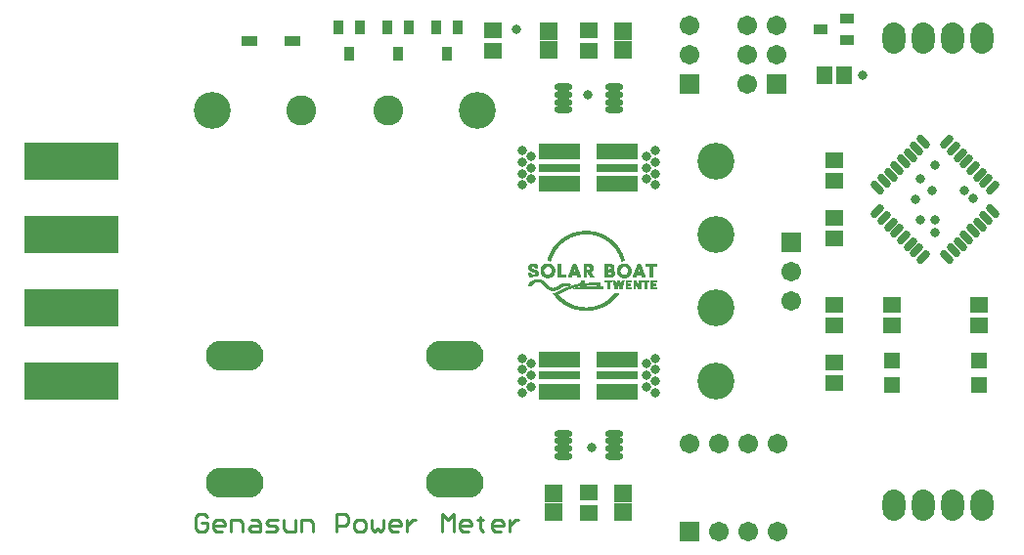
<source format=gts>
G04*
G04 #@! TF.GenerationSoftware,Altium Limited,Altium Designer,18.1.9 (240)*
G04*
G04 Layer_Color=8388736*
%FSLAX25Y25*%
%MOIN*%
G70*
G01*
G75*
%ADD13C,0.01000*%
%ADD18C,0.00048*%
%ADD19R,0.05524X0.03556*%
%ADD20R,0.03359X0.04540*%
%ADD21O,0.06312X0.02375*%
%ADD22R,0.06115X0.05328*%
%ADD23R,0.04540X0.03359*%
%ADD24R,0.05328X0.06115*%
G04:AMPARAMS|DCode=25|XSize=27.69mil|YSize=55.24mil|CornerRadius=0mil|HoleSize=0mil|Usage=FLASHONLY|Rotation=225.000|XOffset=0mil|YOffset=0mil|HoleType=Round|Shape=Round|*
%AMOVALD25*
21,1,0.02756,0.02769,0.00000,0.00000,315.0*
1,1,0.02769,-0.00974,0.00974*
1,1,0.02769,0.00974,-0.00974*
%
%ADD25OVALD25*%

G04:AMPARAMS|DCode=26|XSize=27.69mil|YSize=55.24mil|CornerRadius=0mil|HoleSize=0mil|Usage=FLASHONLY|Rotation=135.000|XOffset=0mil|YOffset=0mil|HoleType=Round|Shape=Round|*
%AMOVALD26*
21,1,0.02756,0.02769,0.00000,0.00000,225.0*
1,1,0.02769,0.00974,0.00974*
1,1,0.02769,-0.00974,-0.00974*
%
%ADD26OVALD26*%

%ADD27R,0.06312X0.05918*%
%ADD28R,0.05524X0.05524*%
%ADD29R,0.14186X0.05524*%
%ADD30R,0.14186X0.03162*%
%ADD31C,0.03162*%
%ADD32R,0.06706X0.06706*%
%ADD33C,0.06706*%
%ADD34R,0.32296X0.12611*%
%ADD35C,0.10249*%
%ADD36C,0.12611*%
%ADD37O,0.19698X0.10249*%
%ADD38O,0.07690X0.10642*%
D13*
X22700Y-83584D02*
X21700Y-82585D01*
X19701D01*
X18701Y-83584D01*
Y-87583D01*
X19701Y-88583D01*
X21700D01*
X22700Y-87583D01*
Y-85584D01*
X20700D01*
X27698Y-88583D02*
X25699D01*
X24699Y-87583D01*
Y-85584D01*
X25699Y-84584D01*
X27698D01*
X28698Y-85584D01*
Y-86583D01*
X24699D01*
X30697Y-88583D02*
Y-84584D01*
X33696D01*
X34696Y-85584D01*
Y-88583D01*
X37695Y-84584D02*
X39694D01*
X40694Y-85584D01*
Y-88583D01*
X37695D01*
X36695Y-87583D01*
X37695Y-86583D01*
X40694D01*
X42693Y-88583D02*
X45692D01*
X46692Y-87583D01*
X45692Y-86583D01*
X43693D01*
X42693Y-85584D01*
X43693Y-84584D01*
X46692D01*
X48691D02*
Y-87583D01*
X49691Y-88583D01*
X52690D01*
Y-84584D01*
X54689Y-88583D02*
Y-84584D01*
X57688D01*
X58688Y-85584D01*
Y-88583D01*
X66685D02*
Y-82585D01*
X69684D01*
X70684Y-83584D01*
Y-85584D01*
X69684Y-86583D01*
X66685D01*
X73683Y-88583D02*
X75682D01*
X76682Y-87583D01*
Y-85584D01*
X75682Y-84584D01*
X73683D01*
X72683Y-85584D01*
Y-87583D01*
X73683Y-88583D01*
X78681Y-84584D02*
Y-87583D01*
X79681Y-88583D01*
X80681Y-87583D01*
X81680Y-88583D01*
X82680Y-87583D01*
Y-84584D01*
X87678Y-88583D02*
X85679D01*
X84679Y-87583D01*
Y-85584D01*
X85679Y-84584D01*
X87678D01*
X88678Y-85584D01*
Y-86583D01*
X84679D01*
X90677Y-84584D02*
Y-88583D01*
Y-86583D01*
X91677Y-85584D01*
X92677Y-84584D01*
X93677D01*
X102674Y-88583D02*
Y-82585D01*
X104673Y-84584D01*
X106672Y-82585D01*
Y-88583D01*
X111671D02*
X109671D01*
X108672Y-87583D01*
Y-85584D01*
X109671Y-84584D01*
X111671D01*
X112670Y-85584D01*
Y-86583D01*
X108672D01*
X115669Y-83584D02*
Y-84584D01*
X114670D01*
X116669D01*
X115669D01*
Y-87583D01*
X116669Y-88583D01*
X122667D02*
X120668D01*
X119668Y-87583D01*
Y-85584D01*
X120668Y-84584D01*
X122667D01*
X123667Y-85584D01*
Y-86583D01*
X119668D01*
X125666Y-84584D02*
Y-88583D01*
Y-86583D01*
X126666Y-85584D01*
X127665Y-84584D01*
X128665D01*
D18*
X150622Y-13061D02*
X152398D01*
X150046Y-13013D02*
X152974D01*
X149662Y-12966D02*
X153358D01*
X149374Y-12918D02*
X153694D01*
X149086Y-12869D02*
X153934D01*
X148846Y-12822D02*
X154222D01*
X148606Y-12774D02*
X154414D01*
X148366Y-12725D02*
X154654D01*
X148174Y-12677D02*
X154846D01*
X147982Y-12630D02*
X155038D01*
X147838Y-12582D02*
X155182D01*
X147646Y-12533D02*
X155374D01*
X147502Y-12485D02*
X155518D01*
X147358Y-12438D02*
X155662D01*
X147214Y-12389D02*
X155806D01*
X147070Y-12342D02*
X155950D01*
X146926Y-12293D02*
X156094D01*
X146782Y-12246D02*
X156238D01*
X146686Y-12197D02*
X156334D01*
X152302Y-12150D02*
X156478D01*
X146542D02*
X150766D01*
X152878Y-12101D02*
X156622D01*
X146446D02*
X150190D01*
X153262Y-12054D02*
X156718D01*
X146302D02*
X149806D01*
X153550Y-12005D02*
X156814D01*
X146206D02*
X149470D01*
X153838Y-11958D02*
X156958D01*
X146062D02*
X149182D01*
X154078Y-11909D02*
X157054D01*
X145966D02*
X148942D01*
X154318Y-11862D02*
X157150D01*
X145870D02*
X148750D01*
X154510Y-11813D02*
X157246D01*
X145774D02*
X148510D01*
X154702Y-11766D02*
X157342D01*
X145678D02*
X148318D01*
X154894Y-11717D02*
X157486D01*
X145582D02*
X148174D01*
X155038Y-11670D02*
X157582D01*
X145486D02*
X147982D01*
X155230Y-11621D02*
X157678D01*
X145390D02*
X147838D01*
X155374Y-11574D02*
X157726D01*
X145294D02*
X147694D01*
X155518Y-11525D02*
X157822D01*
X145198D02*
X147550D01*
X155662Y-11478D02*
X157918D01*
X145102D02*
X147406D01*
X155806Y-11429D02*
X158014D01*
X145006D02*
X147262D01*
X155902Y-11382D02*
X158110D01*
X144910D02*
X147118D01*
X156046Y-11333D02*
X158206D01*
X144814D02*
X146974D01*
X156190Y-11286D02*
X158254D01*
X144766D02*
X146878D01*
X156286Y-11237D02*
X158350D01*
X144670D02*
X146734D01*
X156430Y-11190D02*
X158446D01*
X144574D02*
X146638D01*
X156526Y-11141D02*
X158494D01*
X144526D02*
X146542D01*
X156622Y-11094D02*
X158590D01*
X144430D02*
X146398D01*
X156718Y-11045D02*
X158686D01*
X144334D02*
X146302D01*
X156862Y-10998D02*
X158734D01*
X144286D02*
X146206D01*
X156958Y-10949D02*
X158830D01*
X144190D02*
X146110D01*
X157054Y-10902D02*
X158878D01*
X144142D02*
X146014D01*
X157150Y-10853D02*
X158974D01*
X144046D02*
X145918D01*
X157246Y-10806D02*
X159022D01*
X143998D02*
X145822D01*
X157342Y-10757D02*
X159118D01*
X143902D02*
X145726D01*
X157438Y-10710D02*
X159166D01*
X143854D02*
X145630D01*
X157534Y-10661D02*
X159262D01*
X143758D02*
X145534D01*
X157582Y-10614D02*
X159310D01*
X143710D02*
X145438D01*
X157678Y-10565D02*
X159406D01*
X143614D02*
X145342D01*
X157774Y-10518D02*
X159454D01*
X143566D02*
X145294D01*
X157870Y-10469D02*
X159502D01*
X143518D02*
X145198D01*
X157918Y-10422D02*
X159598D01*
X143422D02*
X145102D01*
X158014Y-10373D02*
X159646D01*
X143374D02*
X145006D01*
X158110Y-10326D02*
X159694D01*
X143326D02*
X144958D01*
X158158Y-10278D02*
X159790D01*
X143230D02*
X144862D01*
X158254Y-10229D02*
X159838D01*
X143182D02*
X144766D01*
X158302Y-10182D02*
X159886D01*
X143134D02*
X144718D01*
X158398Y-10133D02*
X159982D01*
X143086D02*
X144622D01*
X158494Y-10086D02*
X160030D01*
X142990D02*
X144574D01*
X158542Y-10037D02*
X160078D01*
X142942D02*
X144478D01*
X158590Y-9990D02*
X160126D01*
X142894D02*
X144430D01*
X158686Y-9941D02*
X160174D01*
X142846D02*
X144334D01*
X158734Y-9894D02*
X160270D01*
X142750D02*
X144286D01*
X158830Y-9845D02*
X160318D01*
X142702D02*
X144238D01*
X158878Y-9798D02*
X160366D01*
X142654D02*
X144142D01*
X158974Y-9749D02*
X160414D01*
X142606D02*
X144094D01*
X159022Y-9702D02*
X160462D01*
X142558D02*
X143998D01*
X159070Y-9653D02*
X160510D01*
X142510D02*
X143950D01*
X159166Y-9606D02*
X160558D01*
X142462D02*
X143902D01*
X159214Y-9557D02*
X160654D01*
X142366D02*
X143806D01*
X159262Y-9510D02*
X160702D01*
X142318D02*
X143758D01*
X159310Y-9461D02*
X160750D01*
X142270D02*
X143710D01*
X159406Y-9414D02*
X160798D01*
X142222D02*
X143662D01*
X159454Y-9365D02*
X160846D01*
X142174D02*
X143566D01*
X159502Y-9318D02*
X160894D01*
X142126D02*
X143518D01*
X159550Y-9269D02*
X160942D01*
X142078D02*
X143470D01*
X159646Y-9222D02*
X160990D01*
X142030D02*
X143422D01*
X159694Y-9173D02*
X161038D01*
X141982D02*
X143326D01*
X159742Y-9126D02*
X161086D01*
X141934D02*
X143278D01*
X159790Y-9077D02*
X161134D01*
X141886D02*
X143230D01*
X159838Y-9030D02*
X161182D01*
X141838D02*
X143182D01*
X159886Y-8981D02*
X161230D01*
X141790D02*
X143134D01*
X159934Y-8934D02*
X161278D01*
X141742D02*
X143086D01*
X160030Y-8885D02*
X161326D01*
X141694D02*
X143038D01*
X160078Y-8838D02*
X161374D01*
X141646D02*
X142990D01*
X160126Y-8789D02*
X161422D01*
X141598D02*
X142894D01*
X160174Y-8742D02*
X161470D01*
X141550D02*
X142846D01*
X160222Y-8693D02*
X161518D01*
X141502D02*
X142798D01*
X160270Y-8646D02*
X161566D01*
X141502D02*
X142750D01*
X160318Y-8597D02*
X161566D01*
X141454D02*
X142702D01*
X160366Y-8550D02*
X161614D01*
X141406D02*
X142654D01*
X160414Y-8501D02*
X161662D01*
X141358D02*
X142606D01*
X160462Y-8454D02*
X161710D01*
X141310D02*
X142558D01*
X160510Y-8405D02*
X161758D01*
X141262D02*
X142510D01*
X160558Y-8358D02*
X161806D01*
X141214D02*
X142462D01*
X160606Y-8309D02*
X161854D01*
X141166D02*
X142414D01*
X160654Y-8262D02*
X161902D01*
X141166D02*
X142366D01*
X160702Y-8213D02*
X161902D01*
X141118D02*
X142318D01*
X160750Y-8166D02*
X161950D01*
X141070D02*
X142270D01*
X160798Y-8117D02*
X161998D01*
X141022D02*
X142270D01*
X160846Y-8070D02*
X162046D01*
X140974D02*
X142222D01*
X160894Y-8021D02*
X162094D01*
X140974D02*
X142174D01*
X160894Y-7974D02*
X162094D01*
X140926D02*
X142126D01*
X160942Y-7925D02*
X162142D01*
X140878D02*
X142078D01*
X160990Y-7878D02*
X162190D01*
X140830D02*
X142030D01*
X161038Y-7829D02*
X162238D01*
X140782D02*
X141982D01*
X161086Y-7782D02*
X162286D01*
X140782D02*
X141934D01*
X161134Y-7734D02*
X162286D01*
X140734D02*
X141886D01*
X161182Y-7685D02*
X162334D01*
X140686D02*
X141886D01*
X161182Y-7638D02*
X162382D01*
X140638D02*
X141838D01*
X161230Y-7589D02*
X162430D01*
X140638D02*
X141838D01*
X161278Y-7542D02*
X162430D01*
X140590D02*
X141934D01*
X161326Y-7493D02*
X162478D01*
X140542D02*
X142078D01*
X161374Y-7446D02*
X162526D01*
X140494D02*
X142174D01*
X161374Y-7397D02*
X162526D01*
X140494D02*
X142270D01*
X161422Y-7350D02*
X162574D01*
X140446D02*
X142366D01*
X161470Y-7301D02*
X162622D01*
X140398D02*
X142462D01*
X140638Y-7254D02*
X142558D01*
X140926Y-7205D02*
X142654D01*
X141166Y-7158D02*
X142750D01*
X141310Y-7109D02*
X142846D01*
X141502Y-7062D02*
X142942D01*
X141598Y-7013D02*
X142990D01*
X141742Y-6966D02*
X143086D01*
X141838Y-6917D02*
X143182D01*
X141982Y-6870D02*
X143230D01*
X142078Y-6821D02*
X143326D01*
X142174Y-6774D02*
X143422D01*
X142270Y-6725D02*
X143470D01*
X142366Y-6678D02*
X143566D01*
X142462Y-6629D02*
X143662D01*
X142510Y-6582D02*
X143758D01*
X142606Y-6533D02*
X143854D01*
X142702Y-6486D02*
X143950D01*
X142798Y-6437D02*
X144046D01*
X142846Y-6390D02*
X144142D01*
X142942Y-6341D02*
X144238D01*
X143038Y-6294D02*
X144334D01*
X143086Y-6245D02*
X144430D01*
X143182Y-6197D02*
X144526D01*
X139726D02*
X140782D01*
X143278Y-6149D02*
X144670D01*
X139486D02*
X141070D01*
X143326Y-6101D02*
X144766D01*
X139294D02*
X141262D01*
X143422Y-6053D02*
X144862D01*
X139198D02*
X141406D01*
X143518Y-6005D02*
X145006D01*
X139054D02*
X141550D01*
X143614Y-5957D02*
X145102D01*
X138958D02*
X141646D01*
X143710Y-5909D02*
X145246D01*
X138862D02*
X141790D01*
X143806Y-5861D02*
X145342D01*
X138766D02*
X141886D01*
X173614Y-5813D02*
X175438D01*
X171598D02*
X172174D01*
X169582D02*
X170110D01*
X167758D02*
X168334D01*
X165118D02*
X166942D01*
X163102D02*
X163726D01*
X161470D02*
X162094D01*
X158926D02*
X159502D01*
X148462D02*
X157150D01*
X143902D02*
X145486D01*
X138718D02*
X141982D01*
X173614Y-5765D02*
X175438D01*
X171598D02*
X172174D01*
X169534D02*
X170110D01*
X167758D02*
X168382D01*
X165118D02*
X166942D01*
X163102D02*
X163726D01*
X161422D02*
X162094D01*
X158926D02*
X159502D01*
X148030D02*
X157150D01*
X143998D02*
X145582D01*
X138622D02*
X142078D01*
X173614Y-5717D02*
X175438D01*
X171598D02*
X172174D01*
X169486D02*
X170110D01*
X167758D02*
X168382D01*
X165118D02*
X166942D01*
X163054D02*
X163726D01*
X161422D02*
X162094D01*
X158926D02*
X159502D01*
X147742D02*
X157150D01*
X144142D02*
X145726D01*
X138574D02*
X142126D01*
X173614Y-5669D02*
X175438D01*
X171598D02*
X172174D01*
X169486D02*
X170110D01*
X167758D02*
X168382D01*
X165118D02*
X166942D01*
X163054D02*
X163774D01*
X161422D02*
X162094D01*
X158926D02*
X159502D01*
X147502D02*
X157150D01*
X144238D02*
X145870D01*
X138478D02*
X142222D01*
X173614Y-5621D02*
X175438D01*
X171598D02*
X172174D01*
X169438D02*
X170110D01*
X167758D02*
X168382D01*
X165118D02*
X166942D01*
X163054D02*
X163774D01*
X161422D02*
X162142D01*
X158926D02*
X159502D01*
X147406D02*
X157150D01*
X144334D02*
X145966D01*
X138430D02*
X142318D01*
X173614Y-5573D02*
X175438D01*
X171598D02*
X172174D01*
X169390D02*
X170110D01*
X167758D02*
X168382D01*
X165118D02*
X166942D01*
X163054D02*
X163774D01*
X161374D02*
X162142D01*
X158926D02*
X159502D01*
X147550D02*
X157150D01*
X144430D02*
X146110D01*
X138334D02*
X142366D01*
X173614Y-5525D02*
X175438D01*
X171598D02*
X172174D01*
X169390D02*
X170110D01*
X167758D02*
X168382D01*
X165118D02*
X166942D01*
X163006D02*
X163774D01*
X161374D02*
X162142D01*
X158926D02*
X159502D01*
X147742D02*
X157150D01*
X144574D02*
X146254D01*
X138286D02*
X142462D01*
X173614Y-5477D02*
X175438D01*
X171598D02*
X172174D01*
X169342D02*
X170110D01*
X167758D02*
X168382D01*
X165118D02*
X166942D01*
X163006D02*
X163822D01*
X161374D02*
X162142D01*
X158926D02*
X159502D01*
X147934D02*
X157150D01*
X144670D02*
X146398D01*
X140590D02*
X142510D01*
X138238D02*
X139918D01*
X173614Y-5429D02*
X175438D01*
X171598D02*
X172174D01*
X169342D02*
X170110D01*
X167758D02*
X168382D01*
X165118D02*
X166942D01*
X163006D02*
X163822D01*
X161374D02*
X162190D01*
X158926D02*
X159502D01*
X148126D02*
X157150D01*
X144766D02*
X146542D01*
X140878D02*
X142606D01*
X138190D02*
X139678D01*
X173614Y-5381D02*
X175438D01*
X171598D02*
X172174D01*
X169294D02*
X170110D01*
X167758D02*
X168382D01*
X165118D02*
X166942D01*
X163006D02*
X163822D01*
X161326D02*
X162190D01*
X158926D02*
X159502D01*
X148318D02*
X157150D01*
X144910D02*
X146686D01*
X141070D02*
X142654D01*
X138142D02*
X139486D01*
X173614Y-5333D02*
X175438D01*
X171598D02*
X172174D01*
X169246D02*
X170110D01*
X167758D02*
X168382D01*
X165118D02*
X166942D01*
X162958D02*
X163822D01*
X161326D02*
X162190D01*
X158926D02*
X159502D01*
X148558D02*
X157150D01*
X145006D02*
X146878D01*
X141214D02*
X142750D01*
X138094D02*
X139390D01*
X173614Y-5285D02*
X175438D01*
X171598D02*
X172174D01*
X169246D02*
X170110D01*
X167758D02*
X168382D01*
X165118D02*
X166942D01*
X162958D02*
X163870D01*
X161326D02*
X162190D01*
X158926D02*
X159502D01*
X148750D02*
X157150D01*
X145150D02*
X147022D01*
X141358D02*
X142798D01*
X137998D02*
X139294D01*
X173614Y-5237D02*
X174190D01*
X171598D02*
X172174D01*
X169198D02*
X170110D01*
X167758D02*
X168382D01*
X165118D02*
X165694D01*
X162958D02*
X163870D01*
X161326D02*
X162238D01*
X158926D02*
X159502D01*
X149038D02*
X157150D01*
X145246D02*
X147166D01*
X141454D02*
X142894D01*
X137950D02*
X139198D01*
X173614Y-5190D02*
X174190D01*
X171598D02*
X172174D01*
X169150D02*
X170110D01*
X167758D02*
X168382D01*
X165118D02*
X165694D01*
X162910D02*
X163870D01*
X161278D02*
X162238D01*
X158926D02*
X159502D01*
X149278D02*
X157150D01*
X145390D02*
X147358D01*
X141550D02*
X142942D01*
X137902D02*
X139102D01*
X173614Y-5142D02*
X174190D01*
X171598D02*
X172174D01*
X169150D02*
X170110D01*
X167758D02*
X168382D01*
X165118D02*
X165694D01*
X162910D02*
X163870D01*
X161278D02*
X162238D01*
X158926D02*
X159502D01*
X149566D02*
X157150D01*
X145534D02*
X147550D01*
X141646D02*
X143038D01*
X137854D02*
X139006D01*
X173614Y-5094D02*
X174190D01*
X171598D02*
X172174D01*
X169102D02*
X170110D01*
X167758D02*
X168382D01*
X165118D02*
X165694D01*
X162910D02*
X163918D01*
X161278D02*
X162286D01*
X158926D02*
X159502D01*
X155086D02*
X155806D01*
X145630D02*
X147694D01*
X141742D02*
X143086D01*
X137806D02*
X138958D01*
X173614Y-5046D02*
X174190D01*
X171598D02*
X172174D01*
X169054D02*
X170110D01*
X167758D02*
X168382D01*
X165118D02*
X165694D01*
X162910D02*
X163918D01*
X161278D02*
X162286D01*
X158926D02*
X159502D01*
X155134D02*
X155854D01*
X145774D02*
X147886D01*
X141838D02*
X143182D01*
X137758D02*
X138910D01*
X173614Y-4998D02*
X174190D01*
X171598D02*
X172174D01*
X169054D02*
X170110D01*
X167758D02*
X168382D01*
X165118D02*
X165694D01*
X162862D02*
X163918D01*
X161230D02*
X162286D01*
X158926D02*
X159502D01*
X155134D02*
X155902D01*
X145918D02*
X148078D01*
X141886D02*
X143278D01*
X137710D02*
X138814D01*
X173614Y-4950D02*
X174190D01*
X171598D02*
X172174D01*
X169006D02*
X170110D01*
X167758D02*
X168382D01*
X165118D02*
X165694D01*
X162862D02*
X163918D01*
X161230D02*
X162286D01*
X158926D02*
X159502D01*
X155182D02*
X155902D01*
X146062D02*
X148318D01*
X141982D02*
X143326D01*
X137662D02*
X138766D01*
X173614Y-4902D02*
X174190D01*
X171598D02*
X172174D01*
X168958D02*
X170110D01*
X167758D02*
X168382D01*
X165118D02*
X165694D01*
X162862D02*
X163966D01*
X161230D02*
X162334D01*
X158926D02*
X159502D01*
X155230D02*
X155950D01*
X146206D02*
X148510D01*
X142078D02*
X143422D01*
X137614D02*
X138718D01*
X173614Y-4854D02*
X174190D01*
X171598D02*
X172174D01*
X168958D02*
X170110D01*
X167758D02*
X168382D01*
X165118D02*
X165694D01*
X162862D02*
X163966D01*
X161182D02*
X162334D01*
X158926D02*
X159502D01*
X155230D02*
X155998D01*
X146350D02*
X148750D01*
X142126D02*
X143518D01*
X137566D02*
X138670D01*
X173614Y-4806D02*
X174190D01*
X171598D02*
X172174D01*
X168910D02*
X170110D01*
X167758D02*
X168382D01*
X165118D02*
X165694D01*
X162814D02*
X163966D01*
X161182D02*
X162334D01*
X158926D02*
X159502D01*
X155278D02*
X155998D01*
X146494D02*
X149038D01*
X142222D02*
X143614D01*
X137566D02*
X138574D01*
X132526D02*
X132574D01*
X173614Y-4758D02*
X174190D01*
X171598D02*
X172174D01*
X168862D02*
X170110D01*
X167758D02*
X168382D01*
X165118D02*
X165694D01*
X162814D02*
X164014D01*
X161806D02*
X162334D01*
X161182D02*
X161758D01*
X158926D02*
X159502D01*
X155326D02*
X156046D01*
X146638D02*
X149278D01*
X142270D02*
X143758D01*
X137518D02*
X138526D01*
X132430D02*
X132622D01*
X173614Y-4710D02*
X174190D01*
X171598D02*
X172174D01*
X168862D02*
X170110D01*
X167758D02*
X168382D01*
X165118D02*
X165694D01*
X163438D02*
X164014D01*
X162814D02*
X163390D01*
X161806D02*
X162382D01*
X161182D02*
X161758D01*
X158926D02*
X159502D01*
X155326D02*
X156094D01*
X146830D02*
X149614D01*
X145246D02*
X145486D01*
X142366D02*
X143902D01*
X137470D02*
X138478D01*
X132382D02*
X132670D01*
X173614Y-4662D02*
X174190D01*
X171598D02*
X172174D01*
X169534D02*
X170110D01*
X168814D02*
X169486D01*
X167758D02*
X168382D01*
X165118D02*
X165694D01*
X163438D02*
X164014D01*
X162814D02*
X163342D01*
X161806D02*
X162382D01*
X161134D02*
X161758D01*
X158926D02*
X159502D01*
X155374D02*
X156142D01*
X146974D02*
X149950D01*
X145006D02*
X145582D01*
X142414D02*
X144046D01*
X137422D02*
X138430D01*
X132286D02*
X132670D01*
X173614Y-4614D02*
X174190D01*
X171598D02*
X172174D01*
X169534D02*
X170110D01*
X168766D02*
X169438D01*
X167758D02*
X168382D01*
X165118D02*
X165694D01*
X163438D02*
X164014D01*
X162766D02*
X163342D01*
X161806D02*
X162382D01*
X161134D02*
X161710D01*
X158926D02*
X159502D01*
X155422D02*
X156142D01*
X147166D02*
X150382D01*
X142462D02*
X145726D01*
X137374D02*
X138382D01*
X132238D02*
X132718D01*
X173614Y-4566D02*
X175246D01*
X171598D02*
X172174D01*
X169534D02*
X170110D01*
X168766D02*
X169438D01*
X167758D02*
X168382D01*
X165118D02*
X166750D01*
X163438D02*
X164062D01*
X162766D02*
X163342D01*
X161854D02*
X162382D01*
X161134D02*
X161710D01*
X158926D02*
X159502D01*
X155422D02*
X156190D01*
X147310D02*
X151006D01*
X142558D02*
X145870D01*
X137326D02*
X138334D01*
X132142D02*
X132766D01*
X173614Y-4518D02*
X175246D01*
X171598D02*
X172174D01*
X169534D02*
X170110D01*
X168718D02*
X169390D01*
X167758D02*
X168382D01*
X165118D02*
X166750D01*
X163486D02*
X164062D01*
X162766D02*
X163342D01*
X161854D02*
X162430D01*
X161134D02*
X161710D01*
X158926D02*
X159502D01*
X155470D02*
X156238D01*
X147502D02*
X151630D01*
X142606D02*
X146014D01*
X137278D02*
X138286D01*
X132046D02*
X132814D01*
X173614Y-4470D02*
X175246D01*
X171598D02*
X172174D01*
X169534D02*
X170110D01*
X168718D02*
X169342D01*
X167758D02*
X168382D01*
X165118D02*
X166750D01*
X163486D02*
X164062D01*
X162718D02*
X163294D01*
X161854D02*
X162430D01*
X161086D02*
X161710D01*
X158926D02*
X159502D01*
X155518D02*
X156238D01*
X147694D02*
X152302D01*
X142702D02*
X146158D01*
X137230D02*
X138238D01*
X131998D02*
X132814D01*
X173614Y-4422D02*
X175246D01*
X171598D02*
X172174D01*
X169534D02*
X170110D01*
X168670D02*
X169342D01*
X167758D02*
X168382D01*
X165118D02*
X166750D01*
X163486D02*
X164062D01*
X162718D02*
X163294D01*
X161854D02*
X162430D01*
X161086D02*
X161662D01*
X158926D02*
X159502D01*
X155566D02*
X156286D01*
X147886D02*
X152974D01*
X142798D02*
X146302D01*
X137182D02*
X138190D01*
X131950D02*
X132862D01*
X173614Y-4374D02*
X175246D01*
X171598D02*
X172174D01*
X169534D02*
X170110D01*
X168622D02*
X169294D01*
X167758D02*
X168382D01*
X165118D02*
X166750D01*
X163486D02*
X164110D01*
X162718D02*
X163294D01*
X161902D02*
X162478D01*
X161086D02*
X161662D01*
X158926D02*
X159502D01*
X155566D02*
X156286D01*
X148078D02*
X153742D01*
X142846D02*
X146398D01*
X137134D02*
X138142D01*
X131998D02*
X132910D01*
X173614Y-4326D02*
X175246D01*
X171598D02*
X172174D01*
X169534D02*
X170110D01*
X168622D02*
X169294D01*
X167758D02*
X168382D01*
X165118D02*
X166750D01*
X163534D02*
X164110D01*
X162718D02*
X163294D01*
X161902D02*
X162478D01*
X161086D02*
X161662D01*
X158926D02*
X159502D01*
X155566D02*
X156286D01*
X148222D02*
X154510D01*
X142942D02*
X146350D01*
X137086D02*
X138094D01*
X131998D02*
X132958D01*
X173614Y-4278D02*
X175246D01*
X171598D02*
X172174D01*
X169534D02*
X170110D01*
X168574D02*
X169246D01*
X167758D02*
X168382D01*
X165118D02*
X166750D01*
X163534D02*
X164110D01*
X162670D02*
X163246D01*
X161902D02*
X162478D01*
X161038D02*
X161662D01*
X158926D02*
X159502D01*
X155518D02*
X156286D01*
X148414D02*
X155326D01*
X143038D02*
X146206D01*
X137038D02*
X138046D01*
X132046D02*
X133006D01*
X173614Y-4230D02*
X175246D01*
X171598D02*
X172174D01*
X169534D02*
X170110D01*
X168526D02*
X169198D01*
X167758D02*
X168382D01*
X165118D02*
X166750D01*
X163534D02*
X164110D01*
X162670D02*
X163246D01*
X161902D02*
X162478D01*
X161038D02*
X161614D01*
X158926D02*
X159502D01*
X148606D02*
X156286D01*
X143134D02*
X146110D01*
X136990D02*
X137998D01*
X132094D02*
X133054D01*
X173614Y-4182D02*
X175246D01*
X171598D02*
X172174D01*
X169534D02*
X170110D01*
X168526D02*
X169198D01*
X167758D02*
X168382D01*
X165118D02*
X166750D01*
X163534D02*
X164158D01*
X162670D02*
X163246D01*
X161950D02*
X162526D01*
X161038D02*
X161614D01*
X158926D02*
X159502D01*
X148750D02*
X156286D01*
X143230D02*
X146014D01*
X136942D02*
X137998D01*
X132094D02*
X133102D01*
X173614Y-4134D02*
X175246D01*
X171598D02*
X172174D01*
X169534D02*
X170110D01*
X168478D02*
X169150D01*
X167758D02*
X168382D01*
X165118D02*
X166750D01*
X163534D02*
X164158D01*
X162670D02*
X163246D01*
X161950D02*
X162526D01*
X161038D02*
X161614D01*
X158926D02*
X159502D01*
X148894D02*
X156286D01*
X143326D02*
X145870D01*
X136894D02*
X137950D01*
X132142D02*
X133150D01*
X173614Y-4086D02*
X175246D01*
X171598D02*
X172174D01*
X169534D02*
X170110D01*
X168430D02*
X169102D01*
X167758D02*
X168382D01*
X165118D02*
X166750D01*
X163582D02*
X164158D01*
X162622D02*
X163198D01*
X161950D02*
X162526D01*
X160990D02*
X161614D01*
X158926D02*
X159502D01*
X149086D02*
X156286D01*
X143422D02*
X145726D01*
X136846D02*
X137902D01*
X132190D02*
X133198D01*
X173614Y-4038D02*
X174238D01*
X171598D02*
X172174D01*
X169534D02*
X170110D01*
X168430D02*
X169102D01*
X167758D02*
X168382D01*
X165118D02*
X165742D01*
X163582D02*
X164158D01*
X162622D02*
X163198D01*
X161998D02*
X162526D01*
X160990D02*
X161614D01*
X158926D02*
X159502D01*
X149230D02*
X156286D01*
X143566D02*
X145582D01*
X136798D02*
X137854D01*
X132238D02*
X133246D01*
X173614Y-3990D02*
X174190D01*
X171598D02*
X172174D01*
X169534D02*
X170110D01*
X167758D02*
X169054D01*
X165118D02*
X165694D01*
X163582D02*
X164206D01*
X162622D02*
X163198D01*
X161998D02*
X162574D01*
X160990D02*
X161566D01*
X158926D02*
X159502D01*
X149374D02*
X156238D01*
X143710D02*
X145438D01*
X136750D02*
X137806D01*
X132286D02*
X133342D01*
X173614Y-3941D02*
X174190D01*
X171598D02*
X172174D01*
X169534D02*
X170110D01*
X167758D02*
X169006D01*
X165118D02*
X165694D01*
X163582D02*
X164206D01*
X162622D02*
X163150D01*
X161998D02*
X162574D01*
X160990D02*
X161566D01*
X158926D02*
X159502D01*
X150958D02*
X156238D01*
X149518D02*
X150910D01*
X143902D02*
X145198D01*
X136702D02*
X137758D01*
X132286D02*
X133390D01*
X173614Y-3893D02*
X174190D01*
X171598D02*
X172174D01*
X169534D02*
X170110D01*
X167758D02*
X169006D01*
X165118D02*
X165694D01*
X163630D02*
X164206D01*
X161998D02*
X163150D01*
X160942D02*
X161566D01*
X158926D02*
X159502D01*
X151774D02*
X156190D01*
X149614D02*
X150862D01*
X144190D02*
X144862D01*
X136654D02*
X137710D01*
X132334D02*
X133438D01*
X173614Y-3845D02*
X174190D01*
X171598D02*
X172174D01*
X169534D02*
X170110D01*
X167758D02*
X168958D01*
X165118D02*
X165694D01*
X163630D02*
X164206D01*
X162046D02*
X163150D01*
X160942D02*
X161566D01*
X158926D02*
X159502D01*
X152446D02*
X156142D01*
X149662D02*
X150862D01*
X136606D02*
X137662D01*
X132382D02*
X133486D01*
X173614Y-3797D02*
X174190D01*
X171598D02*
X172174D01*
X169534D02*
X170110D01*
X167758D02*
X168910D01*
X165118D02*
X165694D01*
X163630D02*
X164254D01*
X162046D02*
X163150D01*
X160942D02*
X161518D01*
X158926D02*
X159502D01*
X153166D02*
X156094D01*
X149710D02*
X150862D01*
X136510D02*
X137614D01*
X132430D02*
X133582D01*
X173614Y-3749D02*
X174190D01*
X171598D02*
X172174D01*
X169534D02*
X170110D01*
X167758D02*
X168910D01*
X165118D02*
X165694D01*
X163630D02*
X164254D01*
X162046D02*
X163102D01*
X160942D02*
X161518D01*
X158926D02*
X159502D01*
X153934D02*
X156046D01*
X149758D02*
X150910D01*
X136462D02*
X137566D01*
X132478D02*
X133630D01*
X173614Y-3701D02*
X174190D01*
X171598D02*
X172174D01*
X169534D02*
X170110D01*
X167758D02*
X168862D01*
X165118D02*
X165694D01*
X163678D02*
X164254D01*
X162046D02*
X163102D01*
X160894D02*
X161518D01*
X158926D02*
X159502D01*
X154702D02*
X155950D01*
X149758D02*
X150910D01*
X136414D02*
X137518D01*
X132526D02*
X133726D01*
X173614Y-3653D02*
X174190D01*
X171598D02*
X172174D01*
X169534D02*
X170110D01*
X167758D02*
X168814D01*
X165118D02*
X165694D01*
X163678D02*
X164254D01*
X162094D02*
X163102D01*
X160894D02*
X161518D01*
X158926D02*
X159502D01*
X155566D02*
X155806D01*
X149758D02*
X150910D01*
X136318D02*
X137470D01*
X132574D02*
X133822D01*
X173614Y-3605D02*
X174190D01*
X171598D02*
X172174D01*
X169534D02*
X170110D01*
X167758D02*
X168814D01*
X165118D02*
X165694D01*
X163678D02*
X164302D01*
X162094D02*
X163102D01*
X160894D02*
X161470D01*
X158926D02*
X159502D01*
X149806D02*
X150958D01*
X136270D02*
X137422D01*
X132622D02*
X133870D01*
X173614Y-3557D02*
X174190D01*
X171598D02*
X172174D01*
X169534D02*
X170110D01*
X167758D02*
X168766D01*
X165118D02*
X165694D01*
X163678D02*
X164302D01*
X162094D02*
X163054D01*
X160894D02*
X161470D01*
X158926D02*
X159502D01*
X149806D02*
X150958D01*
X136174D02*
X137374D01*
X132670D02*
X133966D01*
X173614Y-3509D02*
X174190D01*
X171598D02*
X172174D01*
X169534D02*
X170110D01*
X167758D02*
X168718D01*
X165118D02*
X165694D01*
X163726D02*
X164302D01*
X162094D02*
X163054D01*
X160846D02*
X161470D01*
X158926D02*
X159502D01*
X149806D02*
X150958D01*
X136078D02*
X137326D01*
X132718D02*
X134110D01*
X173614Y-3461D02*
X174190D01*
X171598D02*
X172174D01*
X169534D02*
X170110D01*
X167758D02*
X168718D01*
X165118D02*
X165694D01*
X163726D02*
X164302D01*
X162142D02*
X163054D01*
X160846D02*
X161470D01*
X158926D02*
X159502D01*
X149806D02*
X150910D01*
X135982D02*
X137278D01*
X132766D02*
X134206D01*
X173614Y-3413D02*
X174190D01*
X171550D02*
X172174D01*
X169534D02*
X170110D01*
X167758D02*
X168670D01*
X165118D02*
X165694D01*
X163726D02*
X164350D01*
X162142D02*
X163054D01*
X160846D02*
X161422D01*
X158926D02*
X159502D01*
X149806D02*
X150910D01*
X135886D02*
X137230D01*
X132862D02*
X134350D01*
X173614Y-3365D02*
X175438D01*
X170734D02*
X172990D01*
X169534D02*
X170110D01*
X167758D02*
X168622D01*
X165118D02*
X166942D01*
X163726D02*
X164350D01*
X162142D02*
X163006D01*
X160846D02*
X161422D01*
X158062D02*
X160318D01*
X149854D02*
X150910D01*
X135742D02*
X137182D01*
X132910D02*
X134494D01*
X173614Y-3317D02*
X175438D01*
X170734D02*
X172990D01*
X169534D02*
X170110D01*
X167758D02*
X168622D01*
X165118D02*
X166942D01*
X163774D02*
X164350D01*
X162142D02*
X163006D01*
X160798D02*
X161422D01*
X158062D02*
X160318D01*
X149854D02*
X150910D01*
X135550D02*
X137134D01*
X132958D02*
X134734D01*
X173614Y-3269D02*
X175438D01*
X170734D02*
X172990D01*
X169534D02*
X170110D01*
X167758D02*
X168574D01*
X165118D02*
X166942D01*
X163774D02*
X164350D01*
X162190D02*
X163006D01*
X160798D02*
X161422D01*
X158062D02*
X160318D01*
X149854D02*
X150862D01*
X133006D02*
X137038D01*
X173614Y-3221D02*
X175438D01*
X170734D02*
X172990D01*
X169534D02*
X170110D01*
X167758D02*
X168526D01*
X165118D02*
X166942D01*
X163774D02*
X164398D01*
X162190D02*
X163006D01*
X160798D02*
X161374D01*
X158062D02*
X160318D01*
X149902D02*
X150862D01*
X133102D02*
X136990D01*
X173614Y-3173D02*
X175438D01*
X170734D02*
X172990D01*
X169534D02*
X170110D01*
X167758D02*
X168526D01*
X165118D02*
X166942D01*
X163774D02*
X164398D01*
X162190D02*
X162958D01*
X160798D02*
X161374D01*
X158062D02*
X160318D01*
X149950D02*
X150814D01*
X133150D02*
X136942D01*
X173614Y-3125D02*
X175438D01*
X170734D02*
X172990D01*
X169534D02*
X170110D01*
X167758D02*
X168478D01*
X165118D02*
X166942D01*
X163822D02*
X164398D01*
X162190D02*
X162958D01*
X160750D02*
X161374D01*
X158062D02*
X160318D01*
X149998D02*
X150766D01*
X133246D02*
X136894D01*
X173614Y-3077D02*
X175438D01*
X170734D02*
X172990D01*
X169534D02*
X170110D01*
X167758D02*
X168430D01*
X165118D02*
X166942D01*
X163822D02*
X164398D01*
X162238D02*
X162958D01*
X160750D02*
X161374D01*
X158062D02*
X160318D01*
X150046D02*
X150670D01*
X133294D02*
X136798D01*
X173614Y-3029D02*
X175438D01*
X170734D02*
X172990D01*
X169534D02*
X170110D01*
X167758D02*
X168430D01*
X165118D02*
X166942D01*
X163822D02*
X164446D01*
X162238D02*
X162910D01*
X160750D02*
X161374D01*
X158062D02*
X160318D01*
X150142D02*
X150622D01*
X133390D02*
X136750D01*
X173614Y-2981D02*
X175438D01*
X170734D02*
X172990D01*
X169534D02*
X170110D01*
X167758D02*
X168382D01*
X165118D02*
X166942D01*
X163822D02*
X164446D01*
X162238D02*
X162910D01*
X160750D02*
X161326D01*
X158062D02*
X160318D01*
X150286D02*
X150430D01*
X133486D02*
X136654D01*
X173614Y-2933D02*
X175438D01*
X170734D02*
X172990D01*
X169534D02*
X170110D01*
X167758D02*
X168382D01*
X165118D02*
X166942D01*
X163822D02*
X164446D01*
X162286D02*
X162910D01*
X160702D02*
X161326D01*
X158062D02*
X160318D01*
X133582D02*
X136606D01*
X173614Y-2885D02*
X175438D01*
X170734D02*
X172990D01*
X169534D02*
X170110D01*
X167758D02*
X168334D01*
X165118D02*
X166942D01*
X163870D02*
X164494D01*
X162286D02*
X162910D01*
X160702D02*
X161326D01*
X158062D02*
X160318D01*
X133678D02*
X136510D01*
X133774Y-2837D02*
X136414D01*
X133870Y-2789D02*
X136318D01*
X134014Y-2741D02*
X136222D01*
X134158Y-2693D02*
X136078D01*
X134302Y-2646D02*
X135934D01*
X134542Y-2598D02*
X135742D01*
X134926Y-2550D02*
X135406D01*
X164206Y-1925D02*
X164830D01*
X138142D02*
X138766D01*
X163918Y-1877D02*
X165118D01*
X137902D02*
X139054D01*
X173326Y-1829D02*
X174142D01*
X170830D02*
X171742D01*
X167470D02*
X168334D01*
X163726D02*
X165262D01*
X158062D02*
X160126D01*
X153118D02*
X154126D01*
X150766D02*
X151582D01*
X148846D02*
X149710D01*
X145438D02*
X146350D01*
X142078D02*
X144718D01*
X137710D02*
X139246D01*
X173326Y-1781D02*
X174142D01*
X170830D02*
X171694D01*
X167470D02*
X168382D01*
X163630D02*
X165406D01*
X158062D02*
X160270D01*
X153118D02*
X154078D01*
X150766D02*
X151582D01*
X148798D02*
X149710D01*
X145486D02*
X146350D01*
X142078D02*
X144718D01*
X137566D02*
X139390D01*
X132766D02*
X132910D01*
X173326Y-1733D02*
X174142D01*
X170782D02*
X171694D01*
X167470D02*
X168382D01*
X163486D02*
X165502D01*
X158062D02*
X160414D01*
X153070D02*
X154030D01*
X150766D02*
X151582D01*
X148798D02*
X149710D01*
X145486D02*
X146398D01*
X142078D02*
X144718D01*
X137470D02*
X139486D01*
X132670D02*
X133006D01*
X173326Y-1685D02*
X174142D01*
X170782D02*
X171694D01*
X167518D02*
X168382D01*
X163390D02*
X165598D01*
X158062D02*
X160510D01*
X153070D02*
X154030D01*
X150766D02*
X151582D01*
X148798D02*
X149662D01*
X145486D02*
X146398D01*
X142078D02*
X144718D01*
X137374D02*
X139582D01*
X132574D02*
X133102D01*
X173326Y-1637D02*
X174142D01*
X170782D02*
X171646D01*
X167518D02*
X168430D01*
X163294D02*
X165694D01*
X158062D02*
X160606D01*
X153022D02*
X153982D01*
X150766D02*
X151582D01*
X148750D02*
X149662D01*
X145534D02*
X146398D01*
X142078D02*
X144718D01*
X137278D02*
X139678D01*
X132478D02*
X133198D01*
X173326Y-1589D02*
X174142D01*
X170734D02*
X171646D01*
X167566D02*
X168430D01*
X163246D02*
X165790D01*
X158062D02*
X160654D01*
X152974D02*
X153982D01*
X150766D02*
X151582D01*
X148750D02*
X149662D01*
X145534D02*
X146446D01*
X142078D02*
X144718D01*
X137182D02*
X139774D01*
X132430D02*
X133294D01*
X173326Y-1541D02*
X174142D01*
X170734D02*
X171598D01*
X167566D02*
X168478D01*
X163150D02*
X165838D01*
X158062D02*
X160750D01*
X152974D02*
X153934D01*
X150766D02*
X151582D01*
X148750D02*
X149614D01*
X145582D02*
X146446D01*
X142078D02*
X144718D01*
X137134D02*
X139822D01*
X132382D02*
X133390D01*
X173326Y-1493D02*
X174142D01*
X170686D02*
X171598D01*
X167566D02*
X168478D01*
X163102D02*
X165934D01*
X158062D02*
X160798D01*
X152926D02*
X153934D01*
X150766D02*
X151582D01*
X148702D02*
X149614D01*
X145582D02*
X146494D01*
X142078D02*
X144718D01*
X137038D02*
X139870D01*
X132334D02*
X133534D01*
X173326Y-1445D02*
X174142D01*
X170686D02*
X171598D01*
X167614D02*
X168478D01*
X163006D02*
X165982D01*
X158062D02*
X160846D01*
X152926D02*
X153886D01*
X150766D02*
X151582D01*
X148702D02*
X149566D01*
X145582D02*
X146494D01*
X142078D02*
X144718D01*
X136990D02*
X139966D01*
X132286D02*
X133678D01*
X173326Y-1398D02*
X174142D01*
X170686D02*
X171550D01*
X167614D02*
X168526D01*
X162958D02*
X166030D01*
X158062D02*
X160894D01*
X152878D02*
X153838D01*
X150766D02*
X151582D01*
X148654D02*
X149566D01*
X145630D02*
X146494D01*
X142078D02*
X144718D01*
X136942D02*
X140014D01*
X132238D02*
X133822D01*
X173326Y-1350D02*
X174142D01*
X170638D02*
X171550D01*
X167614D02*
X168526D01*
X162910D02*
X166078D01*
X158062D02*
X160894D01*
X152878D02*
X153838D01*
X150766D02*
X151582D01*
X148654D02*
X149566D01*
X145630D02*
X146542D01*
X142078D02*
X144718D01*
X136894D02*
X140062D01*
X132190D02*
X134014D01*
X173326Y-1302D02*
X174142D01*
X170638D02*
X171550D01*
X167662D02*
X168526D01*
X162862D02*
X166174D01*
X158062D02*
X160942D01*
X152830D02*
X153790D01*
X150766D02*
X151582D01*
X148654D02*
X149518D01*
X145678D02*
X146542D01*
X142078D02*
X144718D01*
X136846D02*
X140110D01*
X132142D02*
X134254D01*
X173326Y-1254D02*
X174142D01*
X170638D02*
X171502D01*
X167662D02*
X168574D01*
X162814D02*
X166222D01*
X158062D02*
X160990D01*
X152830D02*
X153790D01*
X150766D02*
X151582D01*
X148606D02*
X149518D01*
X145678D02*
X146590D01*
X142078D02*
X144718D01*
X136798D02*
X140158D01*
X132094D02*
X134542D01*
X173326Y-1206D02*
X174142D01*
X170590D02*
X171502D01*
X167710D02*
X168574D01*
X162766D02*
X166222D01*
X158062D02*
X161038D01*
X152782D02*
X153742D01*
X150766D02*
X151582D01*
X148606D02*
X149470D01*
X145678D02*
X146590D01*
X142078D02*
X144718D01*
X136750D02*
X140206D01*
X132094D02*
X135022D01*
X173326Y-1158D02*
X174142D01*
X170590D02*
X171454D01*
X167710D02*
X168622D01*
X162718D02*
X166270D01*
X158062D02*
X161038D01*
X152782D02*
X153742D01*
X150766D02*
X151582D01*
X148606D02*
X149470D01*
X145726D02*
X146590D01*
X142078D02*
X144718D01*
X136702D02*
X140254D01*
X132046D02*
X135022D01*
X173326Y-1110D02*
X174142D01*
X170542D02*
X171454D01*
X167710D02*
X168622D01*
X164782D02*
X166318D01*
X162670D02*
X164254D01*
X158062D02*
X161086D01*
X152734D02*
X153694D01*
X150766D02*
X151582D01*
X148558D02*
X149470D01*
X145726D02*
X146638D01*
X142078D02*
X144718D01*
X138766D02*
X140302D01*
X136654D02*
X138190D01*
X133822D02*
X135070D01*
X132046D02*
X133294D01*
X173326Y-1061D02*
X174142D01*
X170542D02*
X171454D01*
X167758D02*
X168622D01*
X164974D02*
X166366D01*
X162670D02*
X164062D01*
X159886D02*
X161086D01*
X158062D02*
X158926D01*
X152686D02*
X153694D01*
X150766D02*
X151582D01*
X148558D02*
X149422D01*
X145726D02*
X146638D01*
X142078D02*
X142942D01*
X138958D02*
X140350D01*
X136606D02*
X137998D01*
X133966D02*
X135070D01*
X131998D02*
X133150D01*
X173326Y-1013D02*
X174142D01*
X170542D02*
X171406D01*
X167758D02*
X168670D01*
X165118D02*
X166414D01*
X162622D02*
X163918D01*
X160030D02*
X161086D01*
X158062D02*
X158926D01*
X152686D02*
X153646D01*
X150766D02*
X151582D01*
X148510D02*
X149422D01*
X145774D02*
X146638D01*
X142078D02*
X142942D01*
X139054D02*
X140350D01*
X136606D02*
X137854D01*
X134062D02*
X135118D01*
X131998D02*
X133054D01*
X173326Y-965D02*
X174142D01*
X170494D02*
X171406D01*
X167806D02*
X168670D01*
X165214D02*
X166414D01*
X162574D02*
X163822D01*
X160126D02*
X161134D01*
X158062D02*
X158926D01*
X152638D02*
X153598D01*
X150766D02*
X151582D01*
X148510D02*
X149422D01*
X145774D02*
X146686D01*
X142078D02*
X142942D01*
X139198D02*
X140398D01*
X136558D02*
X137758D01*
X134158D02*
X135118D01*
X131950D02*
X132958D01*
X173326Y-917D02*
X174142D01*
X170494D02*
X171358D01*
X167806D02*
X168670D01*
X165310D02*
X166462D01*
X162526D02*
X163726D01*
X160174D02*
X161134D01*
X158062D02*
X158926D01*
X152638D02*
X153598D01*
X150766D02*
X151582D01*
X148510D02*
X149374D01*
X145822D02*
X146686D01*
X142078D02*
X142942D01*
X139246D02*
X140446D01*
X136510D02*
X137710D01*
X134206D02*
X135118D01*
X131950D02*
X132910D01*
X173326Y-869D02*
X174142D01*
X167806D02*
X171358D01*
X165358D02*
X166510D01*
X162526D02*
X163630D01*
X160222D02*
X161134D01*
X158062D02*
X158926D01*
X152590D02*
X153550D01*
X150766D02*
X151582D01*
X145822D02*
X149374D01*
X142078D02*
X142942D01*
X139342D02*
X140446D01*
X136462D02*
X137614D01*
X134254D02*
X135118D01*
X131950D02*
X132862D01*
X173326Y-821D02*
X174142D01*
X167854D02*
X171358D01*
X165454D02*
X166510D01*
X162478D02*
X163582D01*
X160270D02*
X161182D01*
X158062D02*
X158926D01*
X152590D02*
X153550D01*
X150766D02*
X151582D01*
X145822D02*
X149326D01*
X142078D02*
X142942D01*
X139390D02*
X140494D01*
X136462D02*
X137566D01*
X134254D02*
X135166D01*
X131902D02*
X132814D01*
X173326Y-773D02*
X174142D01*
X167854D02*
X171310D01*
X165502D02*
X166558D01*
X162478D02*
X163534D01*
X160270D02*
X161182D01*
X158062D02*
X158926D01*
X152542D02*
X153502D01*
X150766D02*
X151582D01*
X145870D02*
X149326D01*
X142078D02*
X142942D01*
X139438D02*
X140542D01*
X136414D02*
X137518D01*
X134302D02*
X135166D01*
X131902D02*
X132814D01*
X173326Y-726D02*
X174142D01*
X167854D02*
X171310D01*
X165550D02*
X166558D01*
X162430D02*
X163486D01*
X160318D02*
X161182D01*
X158062D02*
X158926D01*
X152542D02*
X153502D01*
X150766D02*
X151582D01*
X145870D02*
X149326D01*
X142078D02*
X142942D01*
X139534D02*
X140542D01*
X136414D02*
X137422D01*
X134302D02*
X135166D01*
X131902D02*
X132766D01*
X173326Y-678D02*
X174142D01*
X167902D02*
X171310D01*
X165598D02*
X166606D01*
X162430D02*
X163438D01*
X160318D02*
X161182D01*
X158062D02*
X158926D01*
X152494D02*
X153454D01*
X150766D02*
X151582D01*
X145918D02*
X149278D01*
X142078D02*
X142942D01*
X139582D02*
X140590D01*
X136366D02*
X137422D01*
X134302D02*
X135166D01*
X131902D02*
X132766D01*
X173326Y-630D02*
X174142D01*
X167902D02*
X171262D01*
X165646D02*
X166606D01*
X162382D02*
X163390D01*
X160318D02*
X161182D01*
X158062D02*
X158926D01*
X152446D02*
X153406D01*
X150766D02*
X151582D01*
X145918D02*
X149278D01*
X142078D02*
X142942D01*
X139582D02*
X140590D01*
X136366D02*
X137374D01*
X134302D02*
X135166D01*
X131854D02*
X132718D01*
X173326Y-581D02*
X174142D01*
X167950D02*
X171262D01*
X165646D02*
X166654D01*
X162382D02*
X163342D01*
X160318D02*
X161182D01*
X158062D02*
X158926D01*
X152446D02*
X153406D01*
X150766D02*
X151582D01*
X145918D02*
X149230D01*
X142078D02*
X142942D01*
X139630D02*
X140638D01*
X136318D02*
X137326D01*
X134302D02*
X135166D01*
X131854D02*
X132718D01*
X173326Y-533D02*
X174142D01*
X167950D02*
X171214D01*
X165694D02*
X166654D01*
X162334D02*
X163294D01*
X160318D02*
X161182D01*
X158062D02*
X158926D01*
X152398D02*
X153358D01*
X150766D02*
X151582D01*
X145966D02*
X149230D01*
X142078D02*
X142942D01*
X139678D02*
X140638D01*
X136318D02*
X137278D01*
X134302D02*
X135166D01*
X131854D02*
X132718D01*
X173326Y-485D02*
X174142D01*
X167950D02*
X171214D01*
X165742D02*
X166702D01*
X162334D02*
X163294D01*
X160318D02*
X161182D01*
X158062D02*
X158926D01*
X152398D02*
X153358D01*
X150766D02*
X151582D01*
X145966D02*
X149230D01*
X142078D02*
X142942D01*
X139726D02*
X140638D01*
X136318D02*
X137230D01*
X134302D02*
X135166D01*
X131854D02*
X132718D01*
X173326Y-438D02*
X174142D01*
X167998D02*
X171214D01*
X165790D02*
X166702D01*
X162334D02*
X163246D01*
X160318D02*
X161182D01*
X158062D02*
X158926D01*
X152350D02*
X153310D01*
X150766D02*
X151582D01*
X146014D02*
X149182D01*
X142078D02*
X142942D01*
X139726D02*
X140686D01*
X136270D02*
X137230D01*
X134302D02*
X135166D01*
X131854D02*
X132718D01*
X173326Y-390D02*
X174142D01*
X167998D02*
X171166D01*
X165790D02*
X166702D01*
X162286D02*
X163246D01*
X160318D02*
X161182D01*
X158062D02*
X158926D01*
X152350D02*
X153310D01*
X150766D02*
X151582D01*
X146014D02*
X149182D01*
X142078D02*
X142942D01*
X139774D02*
X140686D01*
X136270D02*
X137182D01*
X134302D02*
X135166D01*
X131854D02*
X132718D01*
X173326Y-341D02*
X174142D01*
X168046D02*
X171166D01*
X165838D02*
X166750D01*
X162286D02*
X163198D01*
X160318D02*
X161182D01*
X158062D02*
X158926D01*
X152302D02*
X153262D01*
X150766D02*
X151582D01*
X146014D02*
X149182D01*
X142078D02*
X142942D01*
X139774D02*
X140686D01*
X136270D02*
X137182D01*
X134254D02*
X135166D01*
X131854D02*
X132718D01*
X173326Y-293D02*
X174142D01*
X168046D02*
X171118D01*
X165838D02*
X166750D01*
X162286D02*
X163198D01*
X160318D02*
X161182D01*
X158062D02*
X158926D01*
X152302D02*
X153214D01*
X150766D02*
X151582D01*
X146062D02*
X149134D01*
X142078D02*
X142942D01*
X139822D02*
X140734D01*
X136222D02*
X137134D01*
X134206D02*
X135166D01*
X131854D02*
X132718D01*
X173326Y-246D02*
X174142D01*
X168046D02*
X171118D01*
X165886D02*
X166750D01*
X162238D02*
X163150D01*
X160270D02*
X161182D01*
X158062D02*
X158926D01*
X152254D02*
X153214D01*
X150766D02*
X151582D01*
X146062D02*
X149134D01*
X142078D02*
X142942D01*
X139822D02*
X140734D01*
X136222D02*
X137134D01*
X134206D02*
X135118D01*
X173326Y-197D02*
X174142D01*
X168094D02*
X171118D01*
X165886D02*
X166798D01*
X162238D02*
X163150D01*
X160270D02*
X161182D01*
X158062D02*
X158926D01*
X152206D02*
X153166D01*
X150766D02*
X151582D01*
X146062D02*
X149086D01*
X142078D02*
X142942D01*
X139870D02*
X140734D01*
X136222D02*
X137086D01*
X134158D02*
X135118D01*
X173326Y-149D02*
X174142D01*
X168094D02*
X171070D01*
X165886D02*
X166798D01*
X162238D02*
X163102D01*
X160222D02*
X161134D01*
X158062D02*
X158926D01*
X150766D02*
X153166D01*
X146110D02*
X149086D01*
X142078D02*
X142942D01*
X139870D02*
X140782D01*
X136174D02*
X137086D01*
X134062D02*
X135118D01*
X173326Y-102D02*
X174142D01*
X168094D02*
X171070D01*
X165934D02*
X166798D01*
X162238D02*
X163102D01*
X160174D02*
X161134D01*
X158062D02*
X158926D01*
X150766D02*
X153118D01*
X146110D02*
X149086D01*
X142078D02*
X142942D01*
X139870D02*
X140782D01*
X136174D02*
X137086D01*
X133966D02*
X135118D01*
X173326Y-53D02*
X174142D01*
X170158D02*
X171070D01*
X168142D02*
X169006D01*
X165934D02*
X166798D01*
X162190D02*
X163102D01*
X160126D02*
X161134D01*
X158062D02*
X158926D01*
X150766D02*
X153118D01*
X148174D02*
X149038D01*
X146158D02*
X147022D01*
X142078D02*
X142942D01*
X139918D02*
X140782D01*
X136174D02*
X137038D01*
X133870D02*
X135070D01*
X173326Y-6D02*
X174142D01*
X170158D02*
X171022D01*
X168142D02*
X169054D01*
X165934D02*
X166798D01*
X162190D02*
X163054D01*
X160078D02*
X161086D01*
X158062D02*
X158926D01*
X150766D02*
X153166D01*
X148126D02*
X149038D01*
X146158D02*
X147022D01*
X142078D02*
X142942D01*
X139918D02*
X140782D01*
X136174D02*
X137038D01*
X133726D02*
X135070D01*
X173326Y43D02*
X174142D01*
X170110D02*
X171022D01*
X168190D02*
X169054D01*
X165934D02*
X166846D01*
X162190D02*
X163054D01*
X159934D02*
X161086D01*
X158062D02*
X158926D01*
X150766D02*
X153262D01*
X148126D02*
X149038D01*
X146158D02*
X147070D01*
X142078D02*
X142942D01*
X139918D02*
X140782D01*
X136174D02*
X137038D01*
X133534D02*
X135022D01*
X173326Y91D02*
X174142D01*
X170110D02*
X170974D01*
X168190D02*
X169054D01*
X165982D02*
X166846D01*
X162190D02*
X163054D01*
X159694D02*
X161038D01*
X158062D02*
X158974D01*
X150766D02*
X153310D01*
X148126D02*
X148990D01*
X146206D02*
X147070D01*
X142078D02*
X142942D01*
X139918D02*
X140782D01*
X136174D02*
X137038D01*
X133342D02*
X135022D01*
X173326Y138D02*
X174142D01*
X170110D02*
X170974D01*
X168190D02*
X169102D01*
X165982D02*
X166846D01*
X162190D02*
X163054D01*
X158062D02*
X161038D01*
X150766D02*
X153358D01*
X148078D02*
X148990D01*
X146206D02*
X147118D01*
X142078D02*
X142942D01*
X139918D02*
X140830D01*
X136174D02*
X137038D01*
X133150D02*
X134974D01*
X173326Y186D02*
X174142D01*
X170062D02*
X170974D01*
X168238D02*
X169102D01*
X165982D02*
X166846D01*
X162190D02*
X163054D01*
X158062D02*
X160990D01*
X150766D02*
X153454D01*
X148078D02*
X148942D01*
X146254D02*
X147118D01*
X142078D02*
X142942D01*
X139966D02*
X140830D01*
X136126D02*
X136990D01*
X133006D02*
X134974D01*
X173326Y234D02*
X174142D01*
X170062D02*
X170926D01*
X168238D02*
X169150D01*
X165982D02*
X166846D01*
X162190D02*
X163054D01*
X158062D02*
X160990D01*
X150766D02*
X153502D01*
X148078D02*
X148942D01*
X146254D02*
X147118D01*
X142078D02*
X142942D01*
X139966D02*
X140830D01*
X136126D02*
X136990D01*
X132862D02*
X134926D01*
X173326Y283D02*
X174142D01*
X170014D02*
X170926D01*
X168286D02*
X169150D01*
X165982D02*
X166846D01*
X162190D02*
X163054D01*
X158062D02*
X160942D01*
X150766D02*
X153550D01*
X148030D02*
X148942D01*
X146254D02*
X147166D01*
X142078D02*
X142942D01*
X139966D02*
X140830D01*
X136126D02*
X136990D01*
X132766D02*
X134878D01*
X173326Y331D02*
X174142D01*
X170014D02*
X170878D01*
X168286D02*
X169150D01*
X165982D02*
X166846D01*
X162190D02*
X163054D01*
X158062D02*
X160894D01*
X150766D02*
X153550D01*
X148030D02*
X148894D01*
X146302D02*
X147166D01*
X142078D02*
X142942D01*
X139966D02*
X140830D01*
X136126D02*
X136990D01*
X132622D02*
X134830D01*
X173326Y378D02*
X174142D01*
X170014D02*
X170878D01*
X168286D02*
X169198D01*
X165982D02*
X166846D01*
X162190D02*
X163006D01*
X158062D02*
X160846D01*
X150766D02*
X153598D01*
X147982D02*
X148894D01*
X146302D02*
X147166D01*
X142078D02*
X142942D01*
X139966D02*
X140830D01*
X136126D02*
X136990D01*
X132574D02*
X134782D01*
X173326Y427D02*
X174142D01*
X169966D02*
X170878D01*
X168334D02*
X169198D01*
X165982D02*
X166846D01*
X162190D02*
X163006D01*
X158062D02*
X160798D01*
X150766D02*
X153646D01*
X147982D02*
X148846D01*
X146302D02*
X147214D01*
X142078D02*
X142942D01*
X139966D02*
X140830D01*
X136126D02*
X136990D01*
X132478D02*
X134734D01*
X173326Y475D02*
X174142D01*
X169966D02*
X170830D01*
X168334D02*
X169198D01*
X165982D02*
X166846D01*
X162190D02*
X163054D01*
X158062D02*
X160750D01*
X150766D02*
X153694D01*
X147982D02*
X148846D01*
X146350D02*
X147214D01*
X142078D02*
X142942D01*
X139966D02*
X140830D01*
X136126D02*
X136990D01*
X132430D02*
X134686D01*
X173326Y522D02*
X174142D01*
X169966D02*
X170830D01*
X168382D02*
X169246D01*
X165982D02*
X166846D01*
X162190D02*
X163054D01*
X158062D02*
X160654D01*
X150766D02*
X153694D01*
X147934D02*
X148846D01*
X146350D02*
X147262D01*
X142078D02*
X142942D01*
X139966D02*
X140830D01*
X136126D02*
X136990D01*
X132382D02*
X134590D01*
X173326Y570D02*
X174142D01*
X169918D02*
X170830D01*
X168382D02*
X169246D01*
X165982D02*
X166846D01*
X162190D02*
X163054D01*
X158062D02*
X160702D01*
X150766D02*
X153742D01*
X147934D02*
X148798D01*
X146398D02*
X147262D01*
X142078D02*
X142942D01*
X139966D02*
X140830D01*
X136126D02*
X136990D01*
X132334D02*
X134542D01*
X173326Y618D02*
X174142D01*
X169918D02*
X170782D01*
X168382D02*
X169294D01*
X165982D02*
X166846D01*
X162190D02*
X163054D01*
X158062D02*
X160750D01*
X152494D02*
X153742D01*
X150766D02*
X151582D01*
X147934D02*
X148798D01*
X146398D02*
X147262D01*
X142078D02*
X142942D01*
X139966D02*
X140830D01*
X136126D02*
X136990D01*
X132286D02*
X134446D01*
X173326Y667D02*
X174142D01*
X169870D02*
X170782D01*
X168430D02*
X169294D01*
X165982D02*
X166846D01*
X162190D02*
X163054D01*
X158062D02*
X160798D01*
X152686D02*
X153790D01*
X150766D02*
X151582D01*
X147886D02*
X148750D01*
X146398D02*
X147310D01*
X142078D02*
X142942D01*
X139918D02*
X140830D01*
X136174D02*
X137038D01*
X132238D02*
X134302D01*
X173326Y715D02*
X174142D01*
X169870D02*
X170734D01*
X168430D02*
X169294D01*
X165982D02*
X166846D01*
X162190D02*
X163054D01*
X158062D02*
X160846D01*
X152782D02*
X153790D01*
X150766D02*
X151582D01*
X147886D02*
X148750D01*
X146446D02*
X147310D01*
X142078D02*
X142942D01*
X139918D02*
X140782D01*
X136174D02*
X137038D01*
X132190D02*
X134206D01*
X173326Y763D02*
X174142D01*
X169870D02*
X170734D01*
X168430D02*
X169342D01*
X165934D02*
X166798D01*
X162190D02*
X163054D01*
X158062D02*
X160894D01*
X152830D02*
X153790D01*
X150766D02*
X151582D01*
X147838D02*
X148750D01*
X146446D02*
X147310D01*
X142078D02*
X142942D01*
X139918D02*
X140782D01*
X136174D02*
X137038D01*
X132190D02*
X134062D01*
X173326Y810D02*
X174142D01*
X169822D02*
X170734D01*
X168478D02*
X169342D01*
X165934D02*
X166798D01*
X162190D02*
X163102D01*
X158062D02*
X160894D01*
X152878D02*
X153838D01*
X150766D02*
X151582D01*
X147838D02*
X148702D01*
X146494D02*
X147358D01*
X142078D02*
X142942D01*
X139918D02*
X140782D01*
X136174D02*
X137038D01*
X132142D02*
X133870D01*
X173326Y859D02*
X174142D01*
X169822D02*
X170686D01*
X168478D02*
X169342D01*
X165934D02*
X166798D01*
X162190D02*
X163102D01*
X159646D02*
X160942D01*
X158062D02*
X158974D01*
X152926D02*
X153838D01*
X150766D02*
X151582D01*
X147838D02*
X148702D01*
X146494D02*
X147358D01*
X142078D02*
X142942D01*
X139918D02*
X140782D01*
X136174D02*
X137038D01*
X132142D02*
X133678D01*
X173326Y907D02*
X174142D01*
X169822D02*
X170686D01*
X168526D02*
X169390D01*
X165934D02*
X166798D01*
X162238D02*
X163102D01*
X159886D02*
X160942D01*
X158062D02*
X158926D01*
X152926D02*
X153838D01*
X150766D02*
X151582D01*
X147790D02*
X148702D01*
X146494D02*
X147406D01*
X142078D02*
X142942D01*
X139870D02*
X140782D01*
X136174D02*
X137086D01*
X132094D02*
X133534D01*
X173326Y955D02*
X174142D01*
X169774D02*
X170638D01*
X168526D02*
X169390D01*
X165886D02*
X166798D01*
X162238D02*
X163102D01*
X159982D02*
X160990D01*
X158062D02*
X158926D01*
X152974D02*
X153838D01*
X150766D02*
X151582D01*
X147790D02*
X148654D01*
X146542D02*
X147406D01*
X142078D02*
X142942D01*
X139870D02*
X140782D01*
X136222D02*
X137086D01*
X132094D02*
X133342D01*
X173326Y1003D02*
X174142D01*
X169774D02*
X170638D01*
X168526D02*
X169438D01*
X165886D02*
X166798D01*
X162238D02*
X163150D01*
X160030D02*
X160990D01*
X158062D02*
X158926D01*
X152974D02*
X153886D01*
X150766D02*
X151582D01*
X147790D02*
X148654D01*
X146542D02*
X147406D01*
X142078D02*
X142942D01*
X139870D02*
X140734D01*
X136222D02*
X137086D01*
X132046D02*
X133198D01*
X173326Y1051D02*
X174142D01*
X169726D02*
X170638D01*
X168574D02*
X169438D01*
X165838D02*
X166750D01*
X162238D02*
X163150D01*
X160078D02*
X160990D01*
X158062D02*
X158926D01*
X153022D02*
X153886D01*
X150766D02*
X151582D01*
X147742D02*
X148606D01*
X146590D02*
X147454D01*
X142078D02*
X142942D01*
X139822D02*
X140734D01*
X136222D02*
X137134D01*
X132046D02*
X133102D01*
X173326Y1099D02*
X174142D01*
X169726D02*
X170590D01*
X168574D02*
X169438D01*
X165838D02*
X166750D01*
X162286D02*
X163198D01*
X160126D02*
X161038D01*
X158062D02*
X158926D01*
X153022D02*
X153886D01*
X150766D02*
X151582D01*
X147742D02*
X148606D01*
X146590D02*
X147454D01*
X142078D02*
X142942D01*
X139822D02*
X140734D01*
X136222D02*
X137134D01*
X132046D02*
X133054D01*
X173326Y1146D02*
X174142D01*
X169726D02*
X170590D01*
X168622D02*
X169486D01*
X165838D02*
X166750D01*
X162286D02*
X163198D01*
X160126D02*
X161038D01*
X158062D02*
X158926D01*
X153022D02*
X153886D01*
X150766D02*
X151582D01*
X147694D02*
X148606D01*
X146590D02*
X147454D01*
X142078D02*
X142942D01*
X139774D02*
X140686D01*
X136270D02*
X137182D01*
X132046D02*
X132958D01*
X173326Y1194D02*
X174142D01*
X169678D02*
X170590D01*
X168622D02*
X169486D01*
X165790D02*
X166702D01*
X162286D02*
X163246D01*
X160174D02*
X161038D01*
X158062D02*
X158926D01*
X153022D02*
X153886D01*
X150766D02*
X151582D01*
X147694D02*
X148558D01*
X146638D02*
X147502D01*
X142078D02*
X142942D01*
X139774D02*
X140686D01*
X136270D02*
X137182D01*
X134206D02*
X135070D01*
X132046D02*
X132910D01*
X173326Y1242D02*
X174142D01*
X169678D02*
X170542D01*
X168622D02*
X169486D01*
X165742D02*
X166702D01*
X162334D02*
X163246D01*
X160174D02*
X161038D01*
X158062D02*
X158926D01*
X153022D02*
X153886D01*
X150766D02*
X151582D01*
X147694D02*
X148558D01*
X146638D02*
X147502D01*
X142078D02*
X142942D01*
X139726D02*
X140686D01*
X136270D02*
X137230D01*
X134206D02*
X135070D01*
X131998D02*
X132910D01*
X173326Y1290D02*
X174142D01*
X169678D02*
X170542D01*
X168670D02*
X169534D01*
X165742D02*
X166702D01*
X162334D02*
X163294D01*
X160174D02*
X161038D01*
X158062D02*
X158926D01*
X153022D02*
X153886D01*
X150766D02*
X151582D01*
X147646D02*
X148510D01*
X146638D02*
X147550D01*
X142078D02*
X142942D01*
X139678D02*
X140638D01*
X136318D02*
X137278D01*
X134206D02*
X135070D01*
X131998D02*
X132862D01*
X173326Y1338D02*
X174142D01*
X169630D02*
X170494D01*
X168670D02*
X169534D01*
X165694D02*
X166654D01*
X162334D02*
X163294D01*
X160222D02*
X161038D01*
X158062D02*
X158926D01*
X153022D02*
X153886D01*
X150766D02*
X151582D01*
X147646D02*
X148510D01*
X146686D02*
X147550D01*
X142078D02*
X142942D01*
X139678D02*
X140638D01*
X136318D02*
X137278D01*
X134206D02*
X135070D01*
X131998D02*
X132862D01*
X173326Y1386D02*
X174142D01*
X169630D02*
X170494D01*
X168670D02*
X169582D01*
X165646D02*
X166654D01*
X162382D02*
X163342D01*
X160222D02*
X161038D01*
X158062D02*
X158926D01*
X153022D02*
X153886D01*
X150766D02*
X151582D01*
X147598D02*
X148510D01*
X146686D02*
X147550D01*
X142078D02*
X142942D01*
X139630D02*
X140638D01*
X136318D02*
X137326D01*
X134206D02*
X135070D01*
X131998D02*
X132862D01*
X173326Y1434D02*
X174142D01*
X168718D02*
X170494D01*
X165646D02*
X166606D01*
X162382D02*
X163390D01*
X160174D02*
X161038D01*
X158062D02*
X158926D01*
X153022D02*
X153886D01*
X150766D02*
X151582D01*
X146734D02*
X148462D01*
X142078D02*
X142942D01*
X139582D02*
X140590D01*
X136366D02*
X137374D01*
X134206D02*
X135070D01*
X131998D02*
X132862D01*
X173326Y1483D02*
X174142D01*
X168718D02*
X170446D01*
X165598D02*
X166606D01*
X162430D02*
X163438D01*
X160174D02*
X161038D01*
X158062D02*
X158926D01*
X152974D02*
X153886D01*
X150766D02*
X151582D01*
X146734D02*
X148462D01*
X142078D02*
X142942D01*
X139534D02*
X140590D01*
X136366D02*
X137422D01*
X134206D02*
X135070D01*
X131998D02*
X132862D01*
X173326Y1531D02*
X174142D01*
X168766D02*
X170446D01*
X165550D02*
X166558D01*
X162430D02*
X163486D01*
X160174D02*
X161038D01*
X158062D02*
X158926D01*
X152974D02*
X153886D01*
X150766D02*
X151582D01*
X146734D02*
X148462D01*
X142078D02*
X142942D01*
X139486D02*
X140542D01*
X136414D02*
X137470D01*
X134206D02*
X135070D01*
X131998D02*
X132862D01*
X173326Y1578D02*
X174142D01*
X168766D02*
X170398D01*
X165502D02*
X166558D01*
X162478D02*
X163534D01*
X160174D02*
X161038D01*
X158062D02*
X158926D01*
X152926D02*
X153838D01*
X150766D02*
X151582D01*
X146782D02*
X148414D01*
X142078D02*
X142942D01*
X139438D02*
X140542D01*
X136414D02*
X137518D01*
X134206D02*
X135070D01*
X131998D02*
X132862D01*
X173326Y1626D02*
X174142D01*
X168766D02*
X170398D01*
X165406D02*
X166510D01*
X162478D02*
X163582D01*
X160126D02*
X161038D01*
X158062D02*
X158926D01*
X152926D02*
X153838D01*
X150766D02*
X151582D01*
X146782D02*
X148414D01*
X142078D02*
X142942D01*
X139390D02*
X140494D01*
X136462D02*
X137566D01*
X134158D02*
X135070D01*
X132046D02*
X132910D01*
X173326Y1674D02*
X174142D01*
X168814D02*
X170398D01*
X165358D02*
X166510D01*
X162526D02*
X163678D01*
X160078D02*
X161038D01*
X158062D02*
X158926D01*
X152878D02*
X153838D01*
X150766D02*
X151582D01*
X146830D02*
X148366D01*
X142078D02*
X142942D01*
X139342D02*
X140446D01*
X136510D02*
X137614D01*
X134158D02*
X135022D01*
X132046D02*
X132910D01*
X173326Y1722D02*
X174142D01*
X168814D02*
X170350D01*
X165262D02*
X166462D01*
X162574D02*
X163726D01*
X160078D02*
X161038D01*
X158062D02*
X158926D01*
X152830D02*
X153838D01*
X150766D02*
X151582D01*
X146830D02*
X148366D01*
X142078D02*
X142942D01*
X139246D02*
X140446D01*
X136510D02*
X137710D01*
X134110D02*
X135022D01*
X132046D02*
X132958D01*
X173326Y1770D02*
X174142D01*
X168862D02*
X170350D01*
X165214D02*
X166414D01*
X162574D02*
X163822D01*
X159982D02*
X160990D01*
X158062D02*
X158926D01*
X152734D02*
X153790D01*
X150766D02*
X151582D01*
X146830D02*
X148366D01*
X142078D02*
X142942D01*
X139150D02*
X140398D01*
X136558D02*
X137806D01*
X134062D02*
X135022D01*
X132046D02*
X133006D01*
X173326Y1819D02*
X174142D01*
X168862D02*
X170350D01*
X165070D02*
X166414D01*
X162622D02*
X163918D01*
X159934D02*
X160990D01*
X158062D02*
X158926D01*
X152638D02*
X153790D01*
X150766D02*
X151582D01*
X146878D02*
X148318D01*
X142078D02*
X142942D01*
X139054D02*
X140350D01*
X136606D02*
X137902D01*
X134014D02*
X135022D01*
X132046D02*
X133054D01*
X172078Y1867D02*
X175438D01*
X168862D02*
X170302D01*
X164926D02*
X166366D01*
X162670D02*
X164062D01*
X159742D02*
X160990D01*
X158062D02*
X158926D01*
X152446D02*
X153742D01*
X150766D02*
X151582D01*
X146878D02*
X148318D01*
X142078D02*
X142942D01*
X138910D02*
X140350D01*
X136606D02*
X138046D01*
X133918D02*
X134974D01*
X132094D02*
X133150D01*
X172030Y1915D02*
X175438D01*
X168910D02*
X170302D01*
X164734D02*
X166318D01*
X162718D02*
X164302D01*
X158062D02*
X160942D01*
X150766D02*
X153742D01*
X146878D02*
X148270D01*
X142078D02*
X142942D01*
X138670D02*
X140302D01*
X136654D02*
X138238D01*
X133774D02*
X134974D01*
X132094D02*
X133294D01*
X172030Y1963D02*
X175438D01*
X168910D02*
X170254D01*
X162718D02*
X166270D01*
X158062D02*
X160942D01*
X150766D02*
X153694D01*
X146926D02*
X148270D01*
X142078D02*
X142942D01*
X136702D02*
X140254D01*
X132142D02*
X134926D01*
X172030Y2011D02*
X175438D01*
X168910D02*
X170254D01*
X162766D02*
X166222D01*
X158062D02*
X160894D01*
X150766D02*
X153694D01*
X146926D02*
X148270D01*
X142078D02*
X142942D01*
X136750D02*
X140206D01*
X132142D02*
X134926D01*
X172030Y2059D02*
X175438D01*
X168958D02*
X170254D01*
X162814D02*
X166174D01*
X158062D02*
X160894D01*
X150766D02*
X153646D01*
X146974D02*
X148222D01*
X142078D02*
X142942D01*
X136798D02*
X140158D01*
X132190D02*
X134878D01*
X172030Y2107D02*
X175438D01*
X168958D02*
X170206D01*
X162862D02*
X166126D01*
X158062D02*
X160846D01*
X150766D02*
X153646D01*
X146974D02*
X148222D01*
X142078D02*
X142942D01*
X136846D02*
X140110D01*
X132190D02*
X134878D01*
X172030Y2155D02*
X175438D01*
X169006D02*
X170206D01*
X162910D02*
X166078D01*
X158062D02*
X160798D01*
X150766D02*
X153598D01*
X146974D02*
X148222D01*
X142078D02*
X142942D01*
X136894D02*
X140062D01*
X132238D02*
X134830D01*
X172030Y2203D02*
X175438D01*
X169006D02*
X170158D01*
X162958D02*
X166030D01*
X158062D02*
X160750D01*
X150766D02*
X153550D01*
X147022D02*
X148174D01*
X142078D02*
X142942D01*
X136942D02*
X140014D01*
X132286D02*
X134782D01*
X172030Y2251D02*
X175438D01*
X169006D02*
X170158D01*
X163054D02*
X165982D01*
X158062D02*
X160702D01*
X150766D02*
X153502D01*
X147022D02*
X148174D01*
X142078D02*
X142942D01*
X136990D02*
X139966D01*
X132334D02*
X134734D01*
X172030Y2299D02*
X175438D01*
X169054D02*
X170158D01*
X163102D02*
X165934D01*
X158062D02*
X160654D01*
X150766D02*
X153454D01*
X147070D02*
X148126D01*
X142078D02*
X142942D01*
X137086D02*
X139870D01*
X132334D02*
X134686D01*
X172030Y2347D02*
X175438D01*
X169054D02*
X170110D01*
X163150D02*
X165838D01*
X158062D02*
X160606D01*
X150766D02*
X153406D01*
X147070D02*
X148126D01*
X142078D02*
X142942D01*
X137134D02*
X139822D01*
X132382D02*
X134638D01*
X172030Y2395D02*
X175438D01*
X169102D02*
X170110D01*
X163246D02*
X165790D01*
X158062D02*
X160558D01*
X150766D02*
X153310D01*
X147070D02*
X148126D01*
X142078D02*
X142942D01*
X137230D02*
X139726D01*
X132478D02*
X134590D01*
X172030Y2442D02*
X175438D01*
X169102D02*
X170110D01*
X163342D02*
X165694D01*
X158062D02*
X160462D01*
X150766D02*
X153262D01*
X147118D02*
X148078D01*
X142078D02*
X142942D01*
X137278D02*
X139678D01*
X132526D02*
X134542D01*
X172030Y2490D02*
X175438D01*
X169102D02*
X170062D01*
X163438D02*
X165598D01*
X158062D02*
X160414D01*
X150766D02*
X153166D01*
X147118D02*
X148078D01*
X142078D02*
X142942D01*
X137374D02*
X139582D01*
X132574D02*
X134446D01*
X172030Y2538D02*
X175438D01*
X169150D02*
X170062D01*
X163534D02*
X165502D01*
X158062D02*
X160270D01*
X150766D02*
X153070D01*
X147118D02*
X148030D01*
X142078D02*
X142942D01*
X137470D02*
X139486D01*
X132670D02*
X134398D01*
X172030Y2586D02*
X175438D01*
X169150D02*
X170014D01*
X163630D02*
X165358D01*
X158062D02*
X160174D01*
X150766D02*
X152926D01*
X147166D02*
X148030D01*
X142078D02*
X142942D01*
X137614D02*
X139342D01*
X132766D02*
X134254D01*
X172030Y2634D02*
X175438D01*
X169198D02*
X170014D01*
X163774D02*
X165262D01*
X158062D02*
X159934D01*
X150766D02*
X152686D01*
X147166D02*
X148030D01*
X142078D02*
X142942D01*
X137758D02*
X139198D01*
X132862D02*
X134158D01*
X163966Y2682D02*
X165070D01*
X137950D02*
X139006D01*
X133054D02*
X134014D01*
X164254Y2730D02*
X164734D01*
X138238D02*
X138718D01*
X133294D02*
X133726D01*
X163678Y3787D02*
X163822D01*
X139150D02*
X139342D01*
X163678Y3835D02*
X164158D01*
X138862D02*
X139390D01*
X163630Y3883D02*
X164590D01*
X138430D02*
X139390D01*
X163630Y3931D02*
X164590D01*
X138430D02*
X139390D01*
X163630Y3979D02*
X164590D01*
X138478D02*
X139390D01*
X163582Y4027D02*
X164542D01*
X138478D02*
X139438D01*
X163582Y4075D02*
X164542D01*
X138478D02*
X139438D01*
X163582Y4123D02*
X164542D01*
X138478D02*
X139438D01*
X163534Y4171D02*
X164494D01*
X138526D02*
X139486D01*
X163534Y4219D02*
X164494D01*
X138526D02*
X139486D01*
X163534Y4267D02*
X164494D01*
X138526D02*
X139486D01*
X163534Y4315D02*
X164494D01*
X138574D02*
X139534D01*
X163486Y4363D02*
X164446D01*
X138574D02*
X139534D01*
X163486Y4411D02*
X164446D01*
X138574D02*
X139534D01*
X163486Y4459D02*
X164446D01*
X138574D02*
X139582D01*
X163438Y4507D02*
X164398D01*
X138622D02*
X139582D01*
X163438Y4555D02*
X164398D01*
X138622D02*
X139582D01*
X163438Y4603D02*
X164398D01*
X138622D02*
X139630D01*
X163390Y4651D02*
X164350D01*
X138670D02*
X139630D01*
X163390Y4699D02*
X164350D01*
X138670D02*
X139630D01*
X163342Y4747D02*
X164350D01*
X138670D02*
X139678D01*
X163342Y4795D02*
X164302D01*
X138718D02*
X139678D01*
X163342Y4843D02*
X164302D01*
X138718D02*
X139678D01*
X163294Y4891D02*
X164302D01*
X138718D02*
X139726D01*
X163294Y4939D02*
X164254D01*
X138766D02*
X139726D01*
X163294Y4986D02*
X164254D01*
X138766D02*
X139774D01*
X163246Y5034D02*
X164254D01*
X138814D02*
X139774D01*
X163246Y5082D02*
X164206D01*
X138814D02*
X139774D01*
X163198Y5130D02*
X164206D01*
X138814D02*
X139822D01*
X163198Y5178D02*
X164158D01*
X138862D02*
X139822D01*
X163198Y5226D02*
X164158D01*
X138862D02*
X139870D01*
X163150Y5274D02*
X164158D01*
X138862D02*
X139870D01*
X163150Y5322D02*
X164110D01*
X138910D02*
X139870D01*
X163102Y5370D02*
X164110D01*
X138910D02*
X139918D01*
X163102Y5418D02*
X164110D01*
X138958D02*
X139918D01*
X163054Y5466D02*
X164062D01*
X138958D02*
X139966D01*
X163054Y5514D02*
X164062D01*
X138958D02*
X139966D01*
X163054Y5562D02*
X164014D01*
X139006D02*
X140014D01*
X163006Y5610D02*
X164014D01*
X139006D02*
X140014D01*
X163006Y5658D02*
X163966D01*
X139054D02*
X140014D01*
X162958Y5706D02*
X163966D01*
X139054D02*
X140062D01*
X162958Y5754D02*
X163966D01*
X139054D02*
X140062D01*
X162910Y5802D02*
X163918D01*
X139102D02*
X140110D01*
X162910Y5850D02*
X163918D01*
X139102D02*
X140110D01*
X162862Y5898D02*
X163870D01*
X139150D02*
X140158D01*
X162862Y5946D02*
X163870D01*
X139150D02*
X140158D01*
X162814Y5994D02*
X163822D01*
X139198D02*
X140206D01*
X162814Y6042D02*
X163822D01*
X139198D02*
X140206D01*
X162766Y6090D02*
X163822D01*
X139246D02*
X140254D01*
X162766Y6138D02*
X163774D01*
X139246D02*
X140254D01*
X162718Y6186D02*
X163774D01*
X139294D02*
X140302D01*
X162718Y6235D02*
X163726D01*
X139294D02*
X140302D01*
X162670Y6283D02*
X163726D01*
X139342D02*
X140350D01*
X162670Y6330D02*
X163678D01*
X139342D02*
X140350D01*
X162622Y6379D02*
X163678D01*
X139342D02*
X140398D01*
X162622Y6426D02*
X163630D01*
X139390D02*
X140398D01*
X162574Y6475D02*
X163630D01*
X139390D02*
X140446D01*
X162574Y6522D02*
X163582D01*
X139438D02*
X140446D01*
X162526Y6571D02*
X163582D01*
X139438D02*
X140494D01*
X162526Y6618D02*
X163534D01*
X139486D02*
X140542D01*
X162478Y6667D02*
X163534D01*
X139534D02*
X140542D01*
X162430Y6714D02*
X163486D01*
X139534D02*
X140590D01*
X162430Y6763D02*
X163486D01*
X139582D02*
X140590D01*
X162382Y6810D02*
X163438D01*
X139582D02*
X140638D01*
X162382Y6859D02*
X163390D01*
X139630D02*
X140638D01*
X162334Y6906D02*
X163390D01*
X139630D02*
X140686D01*
X162334Y6955D02*
X163342D01*
X139678D02*
X140734D01*
X162286Y7002D02*
X163342D01*
X139678D02*
X140734D01*
X162238Y7051D02*
X163294D01*
X139726D02*
X140782D01*
X162238Y7098D02*
X163294D01*
X139726D02*
X140782D01*
X162190Y7147D02*
X163246D01*
X139774D02*
X140830D01*
X162142Y7194D02*
X163246D01*
X139822D02*
X140878D01*
X162142Y7243D02*
X163198D01*
X139822D02*
X140878D01*
X162094Y7290D02*
X163150D01*
X139870D02*
X140926D01*
X162046Y7339D02*
X163150D01*
X139870D02*
X140974D01*
X162046Y7386D02*
X163102D01*
X139918D02*
X140974D01*
X161998Y7435D02*
X163102D01*
X139966D02*
X141022D01*
X161950Y7482D02*
X163054D01*
X139966D02*
X141070D01*
X161950Y7530D02*
X163006D01*
X140014D02*
X141070D01*
X161902Y7579D02*
X163006D01*
X140014D02*
X141118D01*
X161854Y7626D02*
X162958D01*
X140062D02*
X141166D01*
X161854Y7675D02*
X162910D01*
X140110D02*
X141166D01*
X161806Y7722D02*
X162910D01*
X140110D02*
X141214D01*
X161758Y7771D02*
X162862D01*
X140158D02*
X141262D01*
X161758Y7818D02*
X162814D01*
X140206D02*
X141310D01*
X161710Y7867D02*
X162814D01*
X140206D02*
X141310D01*
X161662Y7914D02*
X162766D01*
X140254D02*
X141358D01*
X161614Y7963D02*
X162766D01*
X140302D02*
X141406D01*
X161614Y8010D02*
X162718D01*
X140302D02*
X141406D01*
X161566Y8059D02*
X162670D01*
X140350D02*
X141454D01*
X161518Y8106D02*
X162622D01*
X140398D02*
X141502D01*
X161470Y8155D02*
X162622D01*
X140398D02*
X141550D01*
X161470Y8202D02*
X162574D01*
X140446D02*
X141598D01*
X161422Y8251D02*
X162526D01*
X140494D02*
X141598D01*
X161374Y8298D02*
X162526D01*
X140494D02*
X141646D01*
X161326Y8347D02*
X162478D01*
X140542D02*
X141694D01*
X161278Y8394D02*
X162430D01*
X140590D02*
X141742D01*
X161278Y8443D02*
X162382D01*
X140638D02*
X141790D01*
X161230Y8490D02*
X162382D01*
X140638D02*
X141790D01*
X161182Y8539D02*
X162334D01*
X140686D02*
X141838D01*
X161134Y8586D02*
X162286D01*
X140734D02*
X141886D01*
X161086Y8635D02*
X162238D01*
X140782D02*
X141934D01*
X161038Y8682D02*
X162238D01*
X140782D02*
X141982D01*
X161038Y8731D02*
X162190D01*
X140830D02*
X142030D01*
X160990Y8778D02*
X162142D01*
X140878D02*
X142030D01*
X160942Y8827D02*
X162094D01*
X140926D02*
X142078D01*
X160894Y8874D02*
X162094D01*
X140974D02*
X142126D01*
X160846Y8923D02*
X162046D01*
X140974D02*
X142174D01*
X160798Y8970D02*
X161998D01*
X141022D02*
X142222D01*
X160750Y9019D02*
X161950D01*
X141070D02*
X142270D01*
X160702Y9066D02*
X161902D01*
X141118D02*
X142318D01*
X160654Y9115D02*
X161854D01*
X141166D02*
X142366D01*
X160606Y9162D02*
X161854D01*
X141214D02*
X142414D01*
X160558Y9211D02*
X161806D01*
X141214D02*
X142462D01*
X160510Y9258D02*
X161758D01*
X141262D02*
X142510D01*
X160462Y9307D02*
X161710D01*
X141310D02*
X142558D01*
X160414Y9354D02*
X161662D01*
X141358D02*
X142606D01*
X160366Y9403D02*
X161614D01*
X141406D02*
X142654D01*
X160318Y9450D02*
X161566D01*
X141454D02*
X142702D01*
X160270Y9499D02*
X161566D01*
X141502D02*
X142750D01*
X160222Y9546D02*
X161518D01*
X141550D02*
X142798D01*
X160174Y9595D02*
X161470D01*
X141550D02*
X142846D01*
X160126Y9642D02*
X161422D01*
X141598D02*
X142894D01*
X160078Y9691D02*
X161374D01*
X141646D02*
X142942D01*
X160030Y9738D02*
X161326D01*
X141694D02*
X142990D01*
X159982Y9787D02*
X161278D01*
X141742D02*
X143038D01*
X159934Y9834D02*
X161230D01*
X141790D02*
X143086D01*
X159886Y9883D02*
X161182D01*
X141838D02*
X143134D01*
X159790Y9930D02*
X161134D01*
X141886D02*
X143230D01*
X159742Y9979D02*
X161086D01*
X141934D02*
X143278D01*
X159694Y10026D02*
X161038D01*
X141982D02*
X143326D01*
X159646Y10074D02*
X160990D01*
X142030D02*
X143374D01*
X159598Y10123D02*
X160942D01*
X142078D02*
X143422D01*
X159550Y10170D02*
X160894D01*
X142126D02*
X143518D01*
X159454Y10219D02*
X160846D01*
X142174D02*
X143566D01*
X159406Y10266D02*
X160798D01*
X142222D02*
X143614D01*
X159358Y10315D02*
X160750D01*
X142270D02*
X143662D01*
X159310Y10362D02*
X160702D01*
X142318D02*
X143758D01*
X159214Y10411D02*
X160654D01*
X142414D02*
X143806D01*
X159166Y10458D02*
X160558D01*
X142462D02*
X143854D01*
X159118Y10507D02*
X160510D01*
X142510D02*
X143902D01*
X159022Y10554D02*
X160462D01*
X142558D02*
X143998D01*
X158974Y10603D02*
X160414D01*
X142606D02*
X144046D01*
X158926Y10650D02*
X160366D01*
X142654D02*
X144142D01*
X158830Y10699D02*
X160318D01*
X142702D02*
X144190D01*
X158782Y10746D02*
X160270D01*
X142798D02*
X144238D01*
X158686Y10795D02*
X160174D01*
X142846D02*
X144334D01*
X158638Y10842D02*
X160126D01*
X142894D02*
X144382D01*
X158542Y10891D02*
X160078D01*
X142942D02*
X144478D01*
X158494Y10938D02*
X160030D01*
X142990D02*
X144526D01*
X158398Y10987D02*
X159982D01*
X143086D02*
X144622D01*
X158350Y11034D02*
X159886D01*
X143134D02*
X144670D01*
X158254Y11083D02*
X159838D01*
X143182D02*
X144766D01*
X158206Y11130D02*
X159790D01*
X143230D02*
X144814D01*
X158110Y11179D02*
X159694D01*
X143326D02*
X144910D01*
X158014Y11226D02*
X159646D01*
X143374D02*
X145006D01*
X157966Y11275D02*
X159598D01*
X143422D02*
X145054D01*
X157870Y11322D02*
X159502D01*
X143518D02*
X145150D01*
X157774Y11371D02*
X159454D01*
X143566D02*
X145246D01*
X157678Y11418D02*
X159406D01*
X143662D02*
X145342D01*
X157630Y11467D02*
X159310D01*
X143710D02*
X145438D01*
X157534Y11514D02*
X159262D01*
X143758D02*
X145486D01*
X157438Y11563D02*
X159166D01*
X143854D02*
X145582D01*
X157342Y11610D02*
X159118D01*
X143902D02*
X145678D01*
X157246Y11659D02*
X159022D01*
X143998D02*
X145774D01*
X157150Y11706D02*
X158974D01*
X144046D02*
X145870D01*
X157054Y11755D02*
X158878D01*
X144142D02*
X145966D01*
X156958Y11802D02*
X158830D01*
X144190D02*
X146062D01*
X156862Y11851D02*
X158734D01*
X144286D02*
X146158D01*
X156766Y11898D02*
X158686D01*
X144334D02*
X146254D01*
X156622Y11947D02*
X158590D01*
X144430D02*
X146398D01*
X156526Y11994D02*
X158494D01*
X144526D02*
X146494D01*
X156430Y12043D02*
X158446D01*
X144574D02*
X146590D01*
X156286Y12090D02*
X158350D01*
X144670D02*
X146734D01*
X156190Y12139D02*
X158254D01*
X144766D02*
X146830D01*
X156046Y12186D02*
X158206D01*
X144862D02*
X146974D01*
X155950Y12235D02*
X158110D01*
X144910D02*
X147118D01*
X155806Y12282D02*
X158014D01*
X145006D02*
X147214D01*
X155662Y12331D02*
X157918D01*
X145102D02*
X147358D01*
X155518Y12378D02*
X157822D01*
X145198D02*
X147502D01*
X155374Y12427D02*
X157726D01*
X145294D02*
X147646D01*
X155230Y12474D02*
X157630D01*
X145390D02*
X147790D01*
X155038Y12522D02*
X157534D01*
X145486D02*
X147982D01*
X154894Y12571D02*
X157438D01*
X145582D02*
X148126D01*
X154702Y12618D02*
X157342D01*
X145678D02*
X148318D01*
X154510Y12666D02*
X157246D01*
X145774D02*
X148510D01*
X154318Y12715D02*
X157150D01*
X145870D02*
X148702D01*
X154078Y12763D02*
X157054D01*
X145966D02*
X148942D01*
X153838Y12810D02*
X156958D01*
X146110D02*
X149182D01*
X153550Y12858D02*
X156814D01*
X146206D02*
X149470D01*
X153214Y12907D02*
X156718D01*
X146302D02*
X149806D01*
X152830Y12955D02*
X156574D01*
X146446D02*
X150190D01*
X152254Y13002D02*
X156478D01*
X146542D02*
X150766D01*
X146686Y13050D02*
X156334D01*
X146782Y13099D02*
X156238D01*
X146926Y13147D02*
X156094D01*
X147070Y13194D02*
X155950D01*
X147214Y13242D02*
X155806D01*
X147358Y13291D02*
X155662D01*
X147502Y13339D02*
X155518D01*
X147646Y13386D02*
X155374D01*
X147838Y13434D02*
X155182D01*
X148030Y13483D02*
X154990D01*
X148174Y13531D02*
X154846D01*
X148414Y13578D02*
X154654D01*
X148606Y13626D02*
X154414D01*
X148846Y13675D02*
X154174D01*
X149086Y13723D02*
X153934D01*
X149374Y13770D02*
X153646D01*
X149710Y13818D02*
X153358D01*
X150094Y13867D02*
X152926D01*
X150670Y13915D02*
X152350D01*
D19*
X37008Y78740D02*
D03*
X51575D02*
D03*
D20*
X91339Y83268D02*
D03*
X83858D02*
D03*
X87598Y74213D02*
D03*
X108071Y83268D02*
D03*
X100591D02*
D03*
X104331Y74213D02*
D03*
X74606Y83268D02*
D03*
X67126D02*
D03*
X70866Y74213D02*
D03*
D21*
X161221Y-62894D02*
D03*
Y-60335D02*
D03*
Y-57776D02*
D03*
Y-55216D02*
D03*
X143898Y-62894D02*
D03*
Y-60335D02*
D03*
Y-57776D02*
D03*
Y-55216D02*
D03*
X143898Y62894D02*
D03*
Y60335D02*
D03*
Y57776D02*
D03*
Y55216D02*
D03*
X161221Y62894D02*
D03*
Y60335D02*
D03*
Y57776D02*
D03*
Y55216D02*
D03*
D22*
X120079Y75295D02*
D03*
Y82185D02*
D03*
X152559Y75295D02*
D03*
Y82185D02*
D03*
X236220Y37894D02*
D03*
Y31004D02*
D03*
Y18209D02*
D03*
Y11319D02*
D03*
X236221Y-18209D02*
D03*
Y-11319D02*
D03*
X236221Y-37894D02*
D03*
Y-31004D02*
D03*
X255906Y-11319D02*
D03*
Y-18209D02*
D03*
X285433Y-11319D02*
D03*
Y-18209D02*
D03*
X152559Y-75295D02*
D03*
Y-82185D02*
D03*
D23*
X231693Y82677D02*
D03*
X240748Y86417D02*
D03*
Y78937D02*
D03*
D24*
X232775Y66929D02*
D03*
X239665D02*
D03*
D25*
X274706Y4980D02*
D03*
X276933Y7207D02*
D03*
X279160Y9434D02*
D03*
X281387Y11661D02*
D03*
X283614Y13888D02*
D03*
X285841Y16116D02*
D03*
X288069Y18343D02*
D03*
X290296Y20570D02*
D03*
X266633Y44233D02*
D03*
X264405Y42006D02*
D03*
X262178Y39779D02*
D03*
X259951Y37551D02*
D03*
X257724Y35324D02*
D03*
X255497Y33097D02*
D03*
X253270Y30870D02*
D03*
X251043Y28643D02*
D03*
D26*
X290296D02*
D03*
X288069Y30870D02*
D03*
X285841Y33097D02*
D03*
X283614Y35324D02*
D03*
X281387Y37551D02*
D03*
X279160Y39779D02*
D03*
X276933Y42006D02*
D03*
X274706Y44233D02*
D03*
X251043Y20570D02*
D03*
X253270Y18343D02*
D03*
X255497Y16116D02*
D03*
X257724Y13888D02*
D03*
X259951Y11661D02*
D03*
X262178Y9434D02*
D03*
X264405Y7207D02*
D03*
X266633Y4980D02*
D03*
D27*
X164370Y75590D02*
D03*
Y81890D02*
D03*
X138779Y75637D02*
D03*
Y81936D02*
D03*
X164370Y-75590D02*
D03*
Y-81890D02*
D03*
X140748Y-81890D02*
D03*
Y-75591D02*
D03*
D28*
X255905Y-30315D02*
D03*
Y-38583D02*
D03*
X285433Y-30315D02*
D03*
Y-38583D02*
D03*
D29*
X142717Y29921D02*
D03*
Y40945D02*
D03*
X162402D02*
D03*
Y29921D02*
D03*
X142717Y-29921D02*
D03*
Y-40945D02*
D03*
X162402D02*
D03*
Y-29921D02*
D03*
D30*
X142717Y35433D02*
D03*
X162402D02*
D03*
X142717Y-35433D02*
D03*
X162402D02*
D03*
D31*
X172244Y-31496D02*
D03*
Y-35433D02*
D03*
Y-39370D02*
D03*
X175197Y-41339D02*
D03*
Y-37402D02*
D03*
Y-33465D02*
D03*
Y-29528D02*
D03*
X132874Y-31496D02*
D03*
Y-35433D02*
D03*
Y-39370D02*
D03*
X129921Y-41339D02*
D03*
Y-37402D02*
D03*
Y-33465D02*
D03*
Y-29528D02*
D03*
X132874Y39370D02*
D03*
Y35433D02*
D03*
Y31496D02*
D03*
X129921Y29528D02*
D03*
Y33465D02*
D03*
Y37402D02*
D03*
Y41339D02*
D03*
X175197D02*
D03*
Y37402D02*
D03*
Y33465D02*
D03*
Y29528D02*
D03*
X172244Y31496D02*
D03*
Y35433D02*
D03*
Y39370D02*
D03*
X-37402Y41437D02*
D03*
Y33563D02*
D03*
X-9843D02*
D03*
Y41437D02*
D03*
X-14764Y33563D02*
D03*
Y41437D02*
D03*
X-19685Y33563D02*
D03*
Y41437D02*
D03*
X-23622Y33563D02*
D03*
Y41437D02*
D03*
X-27559Y33563D02*
D03*
Y41437D02*
D03*
X-32480Y33563D02*
D03*
Y41437D02*
D03*
X-37402Y37500D02*
D03*
X-9843D02*
D03*
Y-16437D02*
D03*
Y-8563D02*
D03*
X-37402D02*
D03*
Y-16437D02*
D03*
X-32480Y-8563D02*
D03*
Y-16437D02*
D03*
X-27559Y-8563D02*
D03*
Y-16437D02*
D03*
X-23622Y-8563D02*
D03*
Y-16437D02*
D03*
X-19685Y-8563D02*
D03*
Y-16437D02*
D03*
X-14764Y-8563D02*
D03*
Y-16437D02*
D03*
X-9843Y-12500D02*
D03*
X-37402D02*
D03*
X-9843Y8563D02*
D03*
Y16437D02*
D03*
X-37402D02*
D03*
Y8563D02*
D03*
X-32480Y16437D02*
D03*
Y8563D02*
D03*
X-27559Y16437D02*
D03*
Y8563D02*
D03*
X-23622Y16437D02*
D03*
Y8563D02*
D03*
X-19685Y16437D02*
D03*
Y8563D02*
D03*
X-14764Y16437D02*
D03*
Y8563D02*
D03*
X-9843Y12500D02*
D03*
X-37402D02*
D03*
Y-33563D02*
D03*
Y-41437D02*
D03*
X-9843D02*
D03*
Y-33563D02*
D03*
X-14764Y-41437D02*
D03*
Y-33563D02*
D03*
X-19685Y-41437D02*
D03*
Y-33563D02*
D03*
X-23622Y-41437D02*
D03*
Y-33563D02*
D03*
X-27559Y-41437D02*
D03*
Y-33563D02*
D03*
X-32480Y-41437D02*
D03*
Y-33563D02*
D03*
X-37402Y-37500D02*
D03*
X-9843D02*
D03*
X127953Y82677D02*
D03*
X153543Y-60039D02*
D03*
X270669Y17717D02*
D03*
Y13471D02*
D03*
X283465Y24915D02*
D03*
X280512Y27559D02*
D03*
X269426D02*
D03*
X270669Y36417D02*
D03*
X263779Y24606D02*
D03*
X265748Y31496D02*
D03*
X246063Y66929D02*
D03*
X152264Y60335D02*
D03*
X265748Y17717D02*
D03*
D32*
X221457Y10000D02*
D03*
X216535Y63819D02*
D03*
X187008D02*
D03*
X186772Y-88819D02*
D03*
D33*
X221457Y0D02*
D03*
Y-10000D02*
D03*
X206535Y63819D02*
D03*
X216535Y73819D02*
D03*
X206535D02*
D03*
X216535Y83819D02*
D03*
X206535D02*
D03*
X187008Y73819D02*
D03*
Y83819D02*
D03*
X216772Y-58819D02*
D03*
X206772D02*
D03*
X196772D02*
D03*
X186772D02*
D03*
X216772Y-88819D02*
D03*
X206772D02*
D03*
X196772D02*
D03*
D34*
X-23622Y37500D02*
D03*
Y-12500D02*
D03*
Y12500D02*
D03*
Y-37500D02*
D03*
D35*
X84355Y55118D02*
D03*
X54434D02*
D03*
D36*
X114473D02*
D03*
X24316D02*
D03*
X196000Y-12500D02*
D03*
Y-37500D02*
D03*
Y12500D02*
D03*
Y37500D02*
D03*
D37*
X106797Y-28740D02*
D03*
Y-72047D02*
D03*
X31993D02*
D03*
Y-28740D02*
D03*
D38*
X276654Y79724D02*
D03*
X266654D02*
D03*
X256654D02*
D03*
X286654D02*
D03*
X256654Y-79724D02*
D03*
X286654D02*
D03*
X276654D02*
D03*
X266654D02*
D03*
M02*

</source>
